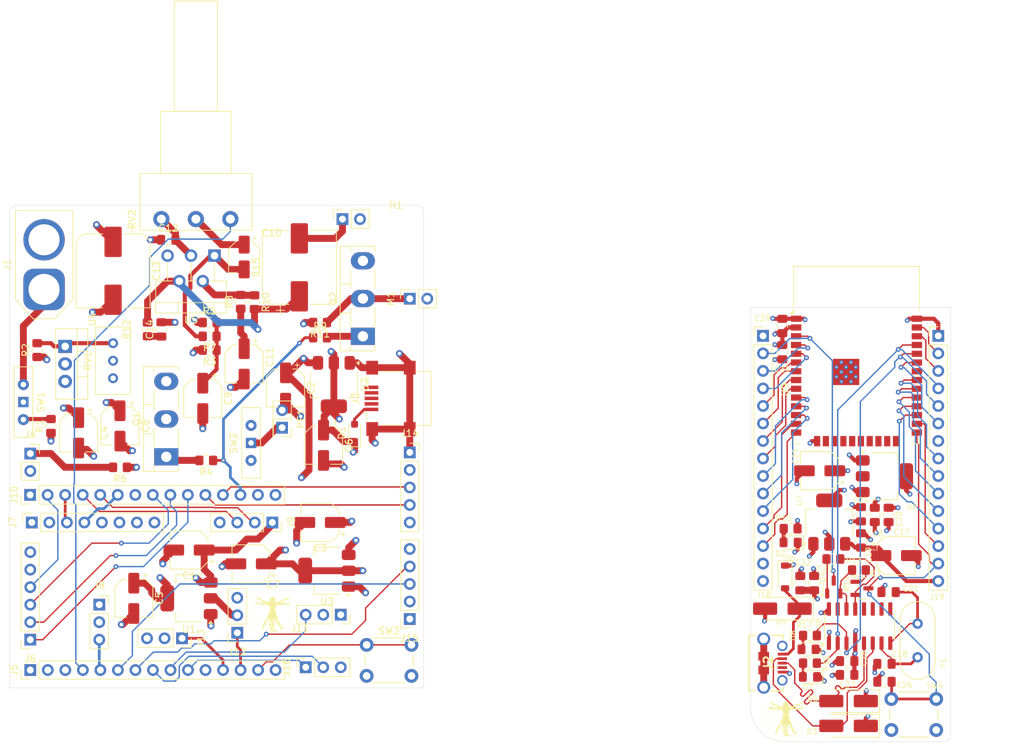
<source format=kicad_pcb>
(kicad_pcb (version 20240108) (generator "pcbnew") (generator_version "8.0")
  (layers (0 "F.Cu" signal) (1 "In1.Cu" signal) (2 "In2.Cu" signal) (31 "B.Cu" signal) (34 "B.Paste" user) (35 "F.Paste" user) (36 "B.SilkS" user "B.Silkscreen") (37 "F.SilkS" user "F.Silkscreen") (38 "B.Mask" user) (39 "F.Mask" user) (44 "Edge.Cuts" user))
  (net 0 "")
  (net 1 "GND")
  (net 2 "+5V")
  (net 3 "/Esp32/Vin")
  (net 4 "+3V3")
  (net 5 "/Esp32/IO0")
  (net 6 "/Esp32/EN")
  (net 7 "Net-(D2-A)")
  (net 8 "/Esp32/USB_D+")
  (net 9 "/Esp32/Vbus")
  (net 10 "/Esp32/USB_D-")
  (net 11 "Net-(D7-A)")
  (net 12 "Net-(D8-A)")
  (net 13 "Net-(C10-Pad1)")
  (net 14 "/Esp32/IO32")
  (net 15 "/Esp32/IO33")
  (net 16 "/Esp32/IO12")
  (net 17 "/Esp32/IO25")
  (net 18 "/Esp32/IO14")
  (net 19 "/Esp32/IO27")
  (net 20 "/Esp32/SENSOR_VP")
  (net 21 "/Esp32/IO26")
  (net 22 "/Esp32/IO34")
  (net 23 "/Esp32/SENSOR_VN")
  (net 24 "/Esp32/IO35")
  (net 25 "/Esp32/IO23")
  (net 26 "/Esp32/IO4")
  (net 27 "/Esp32/IO16")
  (net 28 "/Esp32/IO5")
  (net 29 "/Esp32/IO19")
  (net 30 "/Esp32/IO17")
  (net 31 "/Esp32/IO21")
  (net 32 "/Esp32/IO18")
  (net 33 "/Esp32/IO22")
  (net 34 "Net-(Q3-B)")
  (net 35 "/Esp32/DTR")
  (net 36 "Net-(Q4-B)")
  (net 37 "/Esp32/RTS")
  (net 38 "/Esp32/TXD")
  (net 39 "/Esp32/RXD")
  (net 40 "Net-(U8-XO)")
  (net 42 "Net-(U8-XI)")
  (net 50 "/Esp32/IO13")
  (net 54 "/Esp32/IO2")
  (net 57 "+12V")
  (net 58 "/Vout_?")
  (net 59 "Net-(C9-Pad1)")
  (net 60 "Net-(U5-+)")
  (net 61 "Net-(C14-Pad1)")
  (net 62 "Net-(C15-Pad1)")
  (net 63 "Net-(C15-Pad2)")
  (net 64 "Net-(D1-A)")
  (net 65 "/16_X")
  (net 66 "/26_Y")
  (net 67 "/25_X")
  (net 68 "/22_SCL")
  (net 69 "/21_SDA")
  (net 70 "/RXD0")
  (net 71 "/TXD0")
  (net 72 "/39_Temp_body_S")
  (net 73 "+12V_SW")
  (net 74 "/18_SCK")
  (net 75 "/5_CS")
  (net 76 "/23_MISO")
  (net 77 "/19_MOSI")
  (net 78 "/27_Pulse")
  (net 79 "/33_WS")
  (net 80 "/17_Y")
  (net 81 "/32_SD")
  (net 82 "/36_Temp_amb_S")
  (net 83 "/12")
  (net 84 "/EN")
  (net 85 "/35_SCK")
  (net 86 "/34")
  (net 87 "Net-(C11-Pad1)")
  (net 88 "/V_Pelt+")
  (net 89 "Net-(Q1-B)")
  (net 90 "Net-(U4-ADJ)")
  (net 91 "/4_Pelt")
  (net 92 "/0")
  (net 93 "Net-(SW2-B)")
  (net 94 "Net-(U5--)")
  (net 95 "Net-(SW1-A)")
  (net 96 "/14_Vi")
  (net 97 "+5V_BAT")
  (net 98 "/V_Fan")
  (net 99 "Net-(Q2-B)")
  (footprint "Connector_AMASS:AMASS_XT60-M_1x02_P7.20mm_Vertical" (layer "F.Cu") (at 124 32.2 90)
    (property "Reference" "J1")
    (property "Value" "xt60")
  )
  (footprint "Capacitor_SMD:C_0805_2012Metric_Pad1.18x1.45mm_HandSolder" (layer "F.Cu") (at 233.6 74.8 -90)
    (property "Reference" "C22")
    (property "Value" "4.7u")
  )
  (footprint "Custom_l,b:101181940001LF" (layer "F.Cu") (at 228.65 86.4 -90)
    (property "Reference" "J2")
    (property "Value" "10118194-0001LF" (hide yes))
  )
  (footprint "Connector_PinSocket_2.54mm:PinSocket_1x03_P2.54mm_Vertical" (layer "F.Cu") (at 161.92 87 90)
    (property "Reference" "J16")
    (property "Value" "INMP441_1")
  )
  (footprint "Capacitor_SMD:C_0805_2012Metric_Pad1.18x1.45mm_HandSolder" (layer "F.Cu") (at 245.8 89.1)
    (property "Reference" "C26")
    (property "Value" "0.1u")
  )
  (footprint "Resistor_SMD:R_0805_2012Metric_Pad1.20x1.40mm_HandSolder" (layer "F.Cu") (at 154.5 34.05 -90)
    (property "Reference" "R10")
    (property "Value" "22K")
  )
  (footprint "Package_TO_SOT_SMD:SOT-23" (layer "F.Cu") (at 238.45 75.3625 90)
    (property "Reference" "Q4")
    (property "Value" "SS8050")
  )
  (footprint "Capacitor_SMD:C_0805_2012Metric_Pad1.18x1.45mm_HandSolder" (layer "F.Cu") (at 235.6 74.8 -90)
    (property "Reference" "C23")
    (property "Value" "0.1u")
  )
  (footprint "Potentiometer_THT:Potentiometer_Piher_PC-16_Single_Horizontal" (layer "F.Cu") (at 151 22 90)
    (property "Reference" "RV2")
    (property "Value" "R_Potentiometer")
  )
  (footprint "Capacitor_SMD:C_0805_2012Metric_Pad1.18x1.45mm_HandSolder" (layer "F.Cu") (at 242.4 64.8 -90)
    (property "Reference" "C24")
    (property "Value" "100n")
  )
  (footprint "Resistor_SMD:R_0805_2012Metric_Pad1.20x1.40mm_HandSolder" (layer "F.Cu") (at 125 52 90)
    (property "Reference" "R1")
    (property "Value" "22K")
  )
  (footprint "Capacitor_SMD:CP_Elec_5x5.3" (layer "F.Cu") (at 164 66 180)
    (property "Reference" "C3")
    (property "Value" "10uF")
  )
  (footprint "Capacitor_SMD:CP_Elec_5x5.3" (layer "F.Cu") (at 247.5 70.8)
    (property "Reference" "C17")
    (property "Value" "22u")
  )
  (footprint "Button_Switch_THT:SW_PUSH_6mm" (layer "F.Cu") (at 253.3 96.1 180)
    (property "Reference" "SW4")
    (property "Value" "SW_Push")
  )
  (footprint "Connector_PinSocket_2.54mm:PinSocket_1x04_P2.54mm_Vertical" (layer "F.Cu") (at 157.08 66 -90)
    (property "Reference" "J9")
    (property "Value" "TFT LCD")
  )
  (footprint "Resistor_SMD:R_0805_2012Metric_Pad1.20x1.40mm_HandSolder" (layer "F.Cu") (at 148 39 180)
    (property "Reference" "R7")
    (property "Value" "22K")
  )
  (footprint "Connector_PinSocket_2.54mm:PinSocket_1x06_P2.54mm_Vertical" (layer "F.Cu") (at 122 83 180)
    (property "Reference" "J6")
    (property "Value" "Micro_SD")
  )
  (footprint "Capacitor_SMD:CP_Elec_5x5.3" (layer "F.Cu") (at 145 70 180)
    (property "Reference" "C1")
    (property "Value" "10uF")
  )
  (footprint "Capacitor_SMD:CP_Elec_4x5.3" (layer "F.Cu") (at 153 27.5 -90)
    (property "Reference" "C10")
    (property "Value" "1u")
  )
  (footprint "Package_TO_SOT_THT:TO-220-5_P3.4x3.7mm_StaggerOdd_Lead3.8mm_Vertical" (layer "F.Cu") (at 148.7 27.3 180)
    (property "Reference" "U5")
    (property "Value" "TDA2050")
  )
  (footprint "Capacitor_SMD:CP_Elec_5x5.3" (layer "F.Cu") (at 129 53 -90)
    (property "Reference" "C4")
    (property "Value" "10uF")
  )
  (footprint "Package_TO_SOT_THT:TO-218-3_Vertical" (layer "F.Cu") (at 170.21 39 90)
    (property "Reference" "Q2")
    (property "Value" "TIP142")
  )
  (footprint "Resistor_SMD:R_0805_2012Metric_Pad1.20x1.40mm_HandSolder" (layer "F.Cu") (at 164 37 180)
    (property "Reference" "R11")
    (property "Value" "1.2k")
  )
  (footprint "RF_Module:ESP32-WROOM-32D" (layer "F.Cu") (at 241.75 44.7)
    (property "Reference" "U9")
    (property "Value" "ESP32-WROOM-32E")
  )
  (footprint "Capacitor_SMD:C_0805_2012Metric_Pad1.18x1.45mm_HandSolder" (layer "F.Cu") (at 246.4 76.1 180)
    (property "Reference" "C21")
    (property "Value" "22p")
  )
  (footprint "Package_TO_SOT_THT:TO-218-3_Vertical" (layer "F.Cu") (at 141.71 56.475 90)
    (property "Reference" "Q1")
    (property "Value" "TIP142")
  )
  (footprint "Connector_PinSocket_2.54mm:PinSocket_1x03_P2.54mm_Vertical" (layer "F.Cu") (at 132 77.92)
    (property "Reference" "J8")
    (property "Value" "Pulse")
  )
  (footprint "Resistor_SMD:R_0805_2012Metric_Pad1.20x1.40mm_HandSolder" (layer "F.Cu") (at 238.4 71.3 180)
    (property "Reference" "R13")
    (property "Value" "10K")
  )
  (footprint "Connector_USB:USB_Mini-B_Lumberg_2486_01_Horizontal" (layer "F.Cu") (at 174.15 48 90)
    (property "Reference" "J3")
    (property "Value" "USB_B_Mini")
  )
  (footprint "Capacitor_SMD:C_0805_2012Metric_Pad1.18x1.45mm_HandSolder" (layer "F.Cu") (at 141 38 90)
    (property "Reference" "C14")
    (property "Value" "0.47u")
  )
  (footprint "Capacitor_SMD:CP_Elec_5x5.3" (layer "F.Cu") (at 137 77 -90)
    (property "Reference" "C5")
    (property "Value" "22uF")
  )
  (footprint "Package_TO_SOT_SMD:SOT-223-3_TabPin2" (layer "F.Cu") (at 166 46 -90)
    (property "Reference" "U2")
    (property "Value" "AMS1117-5.0")
  )
  (footprint "Resistor_SMD:R_0805_2012Metric_Pad1.20x1.40mm_HandSolder" (layer "F.Cu") (at 242.1 72.9)
    (property "Reference" "R14")
    (property "Value" "10K")
  )
  (footprint "Connector_PinHeader_2.54mm:PinHeader_1x15_P2.54mm_Vertical" (layer "F.Cu") (at 122 87.4 90)
    (property "Reference" "J5")
    (property "Value" "Esp32_2")
  )
  (footprint "Diode_SMD:D_SOD-123" (layer "F.Cu") (at 231.4 73.9 -90)
    (property "Reference" "D6")
    (property "Value" "MBR0540")
  )
  (footprint "Capacitor_SMD:CP_Elec_10x10.5" (layer "F.Cu") (at 134 29.5 -90)
    (property "Reference" "C13")
    (property "Value" "1000u")
  )
  (footprint "Button_Switch_THT:SW_PUSH_6mm" (layer "F.Cu") (at 170.75 83.75)
    (property "Reference" "SW3")
    (property "Value" "Reset")
  )
  (footprint "Connector_PinHeader_2.54mm:PinHeader_1x15_P2.54mm_Vertical" (layer "F.Cu") (at 121.98 62 90)
    (property "Reference" "J10")
    (property "Value" "Esp32_1")
  )
  (footprint "Resistor_SMD:R_0805_2012Metric_Pad1.20x1.40mm_HandSolder" (layer "F.Cu") (at 123 41 90)
    (property "Reference" "R2")
    (property "Value" "120")
  )
  (footprint "Resistor_SMD:R_0805_2012Metric_Pad1.20x1.40mm_HandSolder" (layer "F.Cu") (at 148 37)
    (property "Reference" "R5")
    (property "Value" "22K")
  )
  (footprint "Button_Switch_THT:SW_Slide-03_Wuerth-WS-SLTV_10x2.5x6.4_P2.54mm" (layer "F.Cu") (at 154 54.46 90)
    (property "Reference" "SW2")
    (property "Value" "SW_Wuerth_450301014042")
  )
  (footprint "LED_SMD:LED_0805_2012Metric_Pad1.15x1.40mm_HandSolder" (layer "F.Cu") (at 235 88.4 180)
    (property "Reference" "D7")
    (property "Value" "LED")
  )
  (footprint "Diode_SMD:D_SOD-323_HandSoldering" (layer "F.Cu") (at 169 53 90)
    (property "Reference" "D1")
    (property "Value" "BAT60A")
  )
  (footprint "Connector_PinSocket_2.54mm:PinSocket_1x02_P2.54mm_Vertical" (layer "F.Cu") (at 122 56)
    (property "Reference" "J4")
    (property "Value" "Conn_01x02_Pin")
  )
  (footprint "Package_TO_SOT_SMD:SOT-223-3_TabPin2" (layer "F.Cu") (at 165 73 180)
    (property "Reference" "U3")
    (property "Value" "AMS1117-3.3")
  )
  (footprint "Capacitor_SMD:CP_Elec_5x5.3" (layer "F.Cu") (at 159 46.5 -90)
    (property "Reference" "C2")
    (property "Value" "10uF")
  )
  (footprint "Button_Switch_THT:SW_Slide-03_Wuerth-WS-SLTV_10x2.5x6.4_P2.54mm" (layer "F.Cu") (at 121 48.54 -90)
    (property "Reference" "SW1")
    (property "Value" "SW_Wuerth_450301014042")
  )
  (footprint "Capacitor_SMD:C_0805_2012Metric_Pad1.18x1.45mm_HandSolder" (layer "F.Cu") (at 245.8 86.5 180)
    (property "Reference" "C18")
    (property "Value" "22p")
  )
  (footprint "Capacitor_SMD:C_0805_2012Metric_Pad1.18x1.45mm_HandSolder" (layer "F.Cu") (at 240.4 88.1 180)
    (property "Reference" "C27")
    (property "Value" "0.1u")
  )
  (footprint "Resistor_SMD:R_0805_2012Metric_Pad1.20x1.40mm_HandSolder" (layer "F.Cu") (at 152.5 34 90)
    (property "Reference" "R8")
    (property "Value" "680R")
  )
  (footprint "Connector_PinHeader_2.54mm:PinHeader_1x15_P2.54mm_Vertical" (layer "F.Cu") (at 228.2 38.94)
    (property "Reference" "J18")
    (property "Value" "Conn_01x15_Pin")
  )
  (footprint "Connector_PinSocket_2.54mm:PinSocket_1x02_P2.54mm_Vertical" (layer "F.Cu") (at 177 33.54 90)
    (property "Reference" "M1")
    (property "Value" "Fan")
  )
  (footprint "Resistor_SMD:R_0805_2012Metric_Pad1.20x1.40mm_HandSolder" (layer "F.Cu") (at 164 39.2)
    (property "Reference" "R9")
    (property "Value" "1.2k")
  )
  (footprint "Capacitor_SMD:CP_Elec_5x5.3" (layer "F.Cu") (at 153 43 -90)
    (property "Reference" "C11")
    (property "Value" "22uF")
  )
  (footprint "Package_TO_SOT_SMD:SOT-223-3_TabPin2" (layer "F.Cu") (at 245.8 59.3)
    (property "Reference" "U6")
    (property "Value" "AMS1117-3.3")
  )
  (footprint "Connector_PinHeader_2.54mm:PinHeader_1x15_P2.54mm_Vertical" (layer "F.Cu") (at 253.6 38.94)
    (property "Reference" "J19")
    (property "Value" "Conn_01x15_Pin")
  )
  (footprint "Capacitor_SMD:C_0805_2012Metric_Pad1.18x1.45mm_HandSolder" (layer "F.Cu") (at 240.4 86.1)
    (property "Reference" "C28")
    (property "Value" "4.7u")
  )
  (footprint "Potentiometer_THT:Potentiometer_Bourns_3296W_Vertical" (layer "F.Cu") (at 134 40 90)
    (property "Reference" "RV1")
    (property "Value" "1k trim")
  )
  (footprint "Capacitor_SMD:C_0805_2012Metric_Pad1.18x1.45mm_HandSolder" (layer "F.Cu") (at 246.4 64.9 -90)
    (property "Reference" "C20")
    (property "Value" "10u")
  )
  (footprint "LED_SMD:LED_0805_2012Metric_Pad1.15x1.40mm_HandSolder" (layer "F.Cu") (at 234.8 84.4 180)
    (property "Reference" "D8")
    (property "Value" "LED")
  )
  (footprint "Capacitor_SMD:CP_Elec_5x5.3" (layer "F.Cu") (at 135 52 -90)
    (property "Reference" "C8")
    (property "Value" "22uF")
  )
  (footprint "logo:vit_man_logo" (layer "F.Cu") (at 157.6 78.8)
    (property "Reference" "G***" (hide yes))
    (property "Value" "LOGO" (hide yes))
  )
  (footprint "Resistor_SMD:R_0805_2012Metric_Pad1.20x1.40mm_HandSolder" (layer "F.Cu") (at 235 82.4 180)
    (property "Reference" "R17")
    (property "Value" "330")
  )
  (footprint "LED_SMD:LED_0805_2012Metric_Pad1.15x1.40mm_HandSolder" (layer "F.Cu") (at 232.2 68.9 180)
    (property "Reference" "D2")
    (property "Value" "RED LED")
  )
  (footprint "Diode_SMD:D_SMA_Handsoldering" (layer "F.Cu") (at 240.6 95.5 180)
    (property "Reference" "D3")
    (property "Value" "SMAJ18CA")
  )
  (footprint "Capacitor_SMD:C_0805_2012Metric_Pad1.18x1.45mm_HandSolder" (layer "F.Cu") (at 142 25)
    (property "Reference" "C12")
    (property "Value" "0.1u")
  )
  (footprint "MountingHole:MountingHole_3mm" (layer "F.Cu") (at 175 24)
    (property "Reference" "H1")
    (property "Value" "TFT LCD Mount")
  )
  (footprint "Package_TO_SOT_THT:TO-220-3_Vertical" (layer "F.Cu") (at 127.055 40.46 -90)
    (property "Reference" "U4")
    (property "Value" "LM350_TO220")
  )
  (footprint "Resistor_SMD:R_0805_2012Metric_Pad1.20x1.40mm_HandSolder" (layer "F.Cu") (at 235 86.4 180)
    (property "Reference" "R16")
    (property "Value" "330")
  )
  (footprint "Capacitor_SMD:CP_Elec_5x5.3" (layer "F.Cu") (at 236.4 58.5 180)
    (property "Reference" "C25")
    (property "Value" "22u")
  )
  (footprint "Diode_SMD:D_SMA_Handsoldering" (layer "F.Cu") (at 231 78.5 180)
    (property "Reference" "D4")
    (property "Value" "SMAJ18CA")
  )
  (footprint "Connector_PinSocket_2.54mm:PinSocket_1x05_P2.54mm_Vertical" (layer "F.Cu") (at 177 80 180)
    (property "Reference" "J15")
    (property "Value" "JSTICK2")
  )
  (footprint "Package_TO_SOT_SMD:SOT-223-3_TabPin2" (layer "F.Cu") (at 237.8 65.95 90)
    (property "Reference" "U7")
    (property "Value" "AMS1117-5.0")
  )
  (footprint "Resistor_SMD:R_0805_2012Metric_Pad1.20x1.40mm_HandSolder" (layer "F.Cu") (at 148 41 180)
    (property "Reference" "R3")
    (property "Value" "22K")
  )
  (footprint "Capacitor_SMD:CP_Elec_5x5.3" (layer "F.Cu") (at 164.5 54.8 -90)
    (property "Reference" "C6")
    (property "Value" "22uF")
  )
  (footprint "Connector_PinSocket_2.54mm:PinSocket_1x03_P2.54mm_Vertical" (layer "F.Cu") (at 144 82.8 -90)
    (property "Reference" "J13")
    (property "Value" "KY-013 Temp")
  )
  (footprint "Resistor_SMD:R_0805_2012Metric_Pad1.20x1.40mm_HandSolder" (layer "F.Cu") (at 135 58 180)
    (property "Reference" "R6")
    (property "Value" "1.2k")
  )
  (footprint "Connector_PinSocket_2.54mm:PinSocket_1x03_P2.54mm_Vertical" (layer "F.Cu") (at 152 82 180)
    (property "Reference" "J12")
    (property "Value" "Ky-015 T-H Sensor")
  )
  (footprint "Connector_PinSocket_2.54mm:PinSocket_2x01_P2.54mm_Vertical" (layer "F.Cu") (at 158.5 52.25 -90)
    (property "Reference" "PE1")
    (property "Value" "PeltierElement")
  )
  (footprint "Package_TO_SOT_SMD:SOT-223-3_TabPin2" (layer "F.Cu") (at 145 77 180)
    (property "Reference" "U1")
    (property "Value" "AMS1117-3.3")
  )
  (footprint "Resistor_SMD:R_0805_2012Metric_Pad1.20x1.40mm_HandSolder" (layer "F.Cu") (at 232.2 66.9 180)
    (property "Reference" "R15")
    (property "Value" "1k2")
  )
  (footprint "Capacitor_SMD:C_0805_2012Metric_Pad1.18x1.45mm_HandSolder" (layer "F.Cu") (at 231 37.5 90)
    (property "Reference" "C29")
    (property "Value" "22u")
  )
  (footprint "Package_SO:SOIC-16_3.9x9.9mm_P1.27mm" (layer "F.Cu") (at 242.2 81.025 90)
    (property "Reference" "U8")
    (property "Value" "CH340G")
  )
  (footprint "Capacitor_SMD:CP_Elec_10x10.5" (layer "F.Cu") (at 161 29 90)
    (property "Reference" "C15")
    (property "Value" "1000u")
  )
  (footprint "Connector_PinSocket_2.54mm:PinSocket_1x03_P2.54mm_Vertical" (layer "F.Cu") (at 167 79.38 -90)
    (property "Reference" "J11")
    (property "Value" "INMP441_2")
  )
  (footprint "logo:vit_man_logo" (layer "F.Cu") (at 232 94)
    (property "Reference" "G***" (hide yes))
    (property "Value" "LOGO" (hide yes))
  )
  (footprint "Resistor_SMD:R_0805_2012Metric_Pad1.20x1.40mm_HandSolder" (layer "F.Cu") (at 147.5 57 180)
    (property "Reference" "R4")
    (property "Value" "1.2k")
  )
  (footprint "Capacitor_SMD:C_0805_2012Metric_Pad1.18x1.45mm_HandSolder" (layer "F.Cu") (at 231 41.3 -90)
    (property "Reference" "C31")
    (property "Value" "0.1u")
  )
  (footprint "Resistor_SMD:R_0805_2012Metric_Pad1.20x1.40mm_HandSolder" (layer "F.Cu") (at 139 38 90)
    (property "Reference" "R12")
    (property "Value" "2.2R")
  )
  (footprint "Capacitor_SMD:C_0805_2012Metric_Pad1.18x1.45mm_HandSolder" (layer "F.Cu") (at 242.4 68.6 90)
    (property "Reference" "C19")
    (property "Value" "100n")
  )
  (footprint "Capacitor_SMD:CP_Elec_5x5.3" (layer "F.Cu") (at 147 48 -90)
    (property "Reference" "C9")
    (property "Value" "22u")
  )
  (footprint "Capacitor_SMD:C_0805_2012Metric_Pad1.18x1.45mm_HandSolder" (layer "F.Cu") (at 244.4 64.9 -90)
    (property "Reference" "C16")
    (property "Value" "10u")
  )
  (footprint "Diode_SMD:D_SMA_Handsoldering" (layer "F.Cu") (at 240.6 91.9 180)
    (property "Reference" "D5")
    (property "Value" "SMAJ18CA")
  )
  (footprint "Connector_PinSocket_2.54mm:PinSocket_1x02_P2.54mm_Vertical" (layer "F.Cu") (at 167.25 22 90)
    (property "Reference" "LS1" (hide yes))
    (property "Value" "Speaker")
  )
  (footprint "Connector_PinSocket_2.54mm:PinSocket_1x08_P2.54mm_Vertical" (layer "F.Cu") (at 122.22 66 90)
    (property "Reference" "J7")
    (property "Value" "Gyro")
  )
  (footprint "Connector_PinSocket_2.54mm:PinSocket_1x05_P2.54mm_Vertical" (layer "F.Cu") (at 177 55.84)
    (property "Reference" "J14")
    (property "Value" "JSTICK1")
  )
  (footprint "Package_TO_SOT_SMD:SOT-23" (layer "F.Cu") (at 242.5375 75.55)
    (property "Reference" "Q3")
    (property "Value" "SS8050")
  )
  (footprint "Crystal:Crystal_HC49-U_Vertical" (layer "F.Cu") (at 250.6 85.55 90)
    (property "Reference" "Y1")
    (property "Value" "Crystal")
  )
  (footprint "Capacitor_SMD:CP_Elec_5x5.3" (layer "F.Cu") (at 154 72 180)
    (property "Reference" "C7")
    (property "Value" "22uF")
  )
  (gr_arc (start 119 21) (mid 119.292893 20.292893) (end 120 20) (stroke (width 0.05)) (layer "Edge.Cuts"))
  (gr_arc (start 178 20) (mid 178.707107 20.292893) (end 179 21) (stroke (width 0.05)) (layer "Edge.Cuts"))
  (gr_line (start 120 20) (end 178 20) (stroke (width 0.05)) (layer "Edge.Cuts"))
  (gr_line (start 119 90) (end 119 21) (stroke (width 0.05)) (layer "Edge.Cuts"))
  (gr_arc (start 231.4 97.8) (mid 227.864466 96.335534) (end 226.4 92.8) (stroke (width 0.05)) (layer "Edge.Cuts"))
  (gr_line (start 231.4 97.8) (end 254.4 97.8) (stroke (width 0.05)) (layer "Edge.Cuts"))
  (gr_line (start 179 90) (end 119 90) (stroke (width 0.05)) (layer "Edge.Cuts"))
  (gr_line (start 226.4 34.8) (end 255.4 34.8) (stroke (width 0.05)) (layer "Edge.Cuts"))
  (gr_line (start 255.4 34.8) (end 255.4 96.8) (stroke (width 0.05)) (layer "Edge.Cuts"))
  (gr_line (start 179 90) (end 179 21) (stroke (width 0.05)) (layer "Edge.Cuts"))
  (gr_arc (start 255.4 96.8) (mid 255.107107 97.507107) (end 254.4 97.8) (stroke (width 0.05)) (layer "Edge.Cuts"))
  (gr_line (start 226.4 92.8) (end 226.4 34.8) (stroke (width 0.05)) (layer "Edge.Cuts"))
  (segment (start 143.0375 25) (end 143.0375 24.0375) (width 1) (layer "F.Cu") (net 1))
  (segment (start 231.0125 36.45) (end 231 36.4625) (width 0.6) (layer "F.Cu") (net 1))
  (segment (start 153 45.2) (end 151.8 46.4) (width 1) (layer "F.Cu") (net 1))
  (segment (start 135 54.2) (end 136.4 55.6) (width 1) (layer "F.Cu") (net 1))
  (segment (start 233.225 69.875) (end 232.8 70.3) (width 0.6) (layer "F.Cu") (net 1))
  (segment (start 243.1 94.4) (end 243.4 94.1) (width 0.6) (layer "F.Cu") (net 1))
  (segment (start 148.15 79.3) (end 148.15 80.95) (width 1) (layer "F.Cu") (net 1))
  (segment (start 239.3625 88.1) (end 238.3 88.1) (width 0.6) (layer "F.Cu") (net 1))
  (segment (start 237.8 83.455) (end 237.755 83.5) (width 0.4) (layer "F.Cu") (net 1))
  (segment (start 171.55 52.45) (end 177 52.45) (width 1) (layer "F.Cu") (net 1))
  (segment (start 234.2 58.5) (end 233.1 59.6) (width 0.6) (layer "F.Cu") (net 1))
  (segment (start 125 53) (end 125 54.2) (width 1) (layer "F.Cu") (net 1))
  (segment (start 142.8 70) (end 141.2 71.6) (width 1) (layer "F.Cu") (net 1))
  (segment (start 177 43.55) (end 171.55 43.55) (width 1) (layer "F.Cu") (net 1))
  (segment (start 148.15 80.95) (end 148.2 81) (width 1) (layer "F.Cu") (net 1))
  (segment (start 232.05 87.9) (end 231.85 87.7) (width 0.4) (layer "F.Cu") (net 1))
  (segment (start 246.4 66.9) (end 246.1 67.2) (width 0.6) (layer "F.Cu") (net 1))
  (segment (start 250.7 71.8) (end 250.7 72.4) (width 0.6) (layer "F.Cu") (net 1))
  (segment (start 249.35 36.45) (end 249.1 36.7) (width 0.6) (layer "F.Cu") (net 1))
  (segment (start 244.4 87.8) (end 244.4 86.8625) (width 0.6) (layer "F.Cu") (net 1))
  (segment (start 132.2 35.5) (end 131 35.5) (width 1) (layer "F.Cu") (net 1))
  (segment (start 245.3625 75.6375) (end 245.9 75.1) (width 0.6) (layer "F.Cu") (net 1))
  (segment (start 238.8 86.1) (end 238.2 86.7) (width 0.6) (layer "F.Cu") (net 1))
  (segment (start 129 55.2) (end 129.2 55.4) (width 1) (layer "F.Cu") (net 1))
  (segment (start 177 43) (end 175.5 41.5) (width 1) (layer "F.Cu") (net 1))
  (segment (start 239.3625 86.1) (end 238.8 86.1) (width 0.6) (layer "F.Cu") (net 1))
  (segment (start 169.35 42.85) (end 170.05 43.55) (width 1) (layer "F.Cu") (net 1))
  (segment (start 236.4 84.4) (end 236.9 84.9) (width 0.4) (layer "F.Cu") (net 1))
  (segment (start 177 52.45) (end 177 55.84) (width 1) (layer "F.Cu") (net 1))
  (segment (start 245.3625 76.1) (end 245.3625 75.6375) (width 0.6) (layer "F.Cu") (net 1))
  (segment (start 241.5 57) (end 240.7 56.2) (width 0.6) (layer "F.Cu") (net 1))
  (segment (start 159 48.7) (end 160.9 50.6) (width 1) (layer "F.Cu") (net 1))
  (segment (start 244.4 67.3) (end 244.6 67.5) (width 0.6) (layer "F.Cu") (net 1))
  (segment (start 236.04 54.21) (end 235.29 54.21) (width 0.6) (layer "F.Cu") (net 1))
  (segment (start 233 36.45) (end 231.0125 36.45) (width 0.6) (layer "F.Cu") (net 1))
  (segment (start 167 57.5) (end 167.5 58) (width 1) (layer "F.Cu") (net 1))
  (segment (start 238.3 88.1) (end 238.2 88.2) (width 0.6) (layer "F.Cu") (net 1))
  (segment (start 134 33.7) (end 132.2 35.5) (width 1) (layer "F.Cu") (net 1))
  (segment (start 177 43.55) (end 177 43) (width 1) (layer "F.Cu") (net 1))
  (segment (start 242.8625 67.5625) (end 243.8 68.5) (width 0.6) (layer "F.Cu") (net 1))
  (segment (start 135.4 80.8) (end 135.2 80.8) (width 1) (layer "F.Cu") (net 1))
  (segment (start 177 52.45) (end 177 43.55) (width 1) (layer "F.Cu") (net 1))
  (segment (start 141 36.9625) (end 142.9625 36.9625) (width 1) (layer "F.Cu") (net 1))
  (segment (start 151.8 46.4) (end 151 46.4) (width 1) (layer "F.Cu") (net 1))
  (segment (start 234.15 36.45) (end 234.3 36.6) (width 0.6) (layer "F.Cu") (net 1))
  (segment (start 236.5 88.4) (end 237.1 89) (width 0.6) (layer "F.Cu") (net 1))
  (segment (start 244.4 86.8625) (end 244.7625 86.5) (width 0.6) (layer "F.Cu") (net 1))
  (segment (start 228.5 78.5) (end 228.5 80.2) (width 0.6) (layer "F.Cu") (net 1))
  (segment (start 147 37) (end 146.2 37) (width 1) (layer "F.Cu") (net 1))
  (segment (start 242.65 57) (end 241.5 57) (width 0.6) (layer "F.Cu") (net 1))
  (segment (start 170.05 43.55) (end 171.55 43.55) (width 1) (layer "F.Cu") (net 1))
  (segment (start 150.2 72) (end 149.8 72.4) (width 1) (layer "F.Cu") (net 1))
  (segment (start 136.4 55.6) (end 136.8 55.6) (width 1) (layer "F.Cu") (net 1))
  (segment (start 228.3 85.4) (end 228.3 82.9) (width 1) (layer "F.Cu") (net 1))
  (segment (start 160.9 50.6) (end 161.2 50.6) (width 1) (layer "F.Cu") (net 1))
  (segment (start 141.2 71.6) (end 141.2 72) (width 1) (layer "F.Cu") (net 1))
  (segment (start 231 42.3375) (end 229.9625 42.3375) (width 0.6) (layer "F.Cu") (net 1))
  (segment (start 243.1 95.5) (end 243.1 94.4) (width 0.6) (layer "F.Cu") (net 1))
  (segment (start 235.825 84.4) (end 236.4 84.4) (width 0.4) (layer "F.Cu") (net 1))
  (segment (start 171.55 52.45) (end 171.55 54.05) (width 1) (layer "F.Cu") (net 1))
  (segment (start 160.6 67.2) (end 160.6 69) (width 1) (layer "F.Cu") (net 1))
  (segment (start 235.5 70.3) (end 234.9 70.9) (width 0.6) (layer "F.Cu") (net 1))
  (segment (start 233 36.45) (end 234.15 36.45) (width 0.6) (layer "F.Cu") (net 1))
  (segment (start 143.0375 25.0375) (end 145.3 27.3) (width 1) (layer "F.Cu") (net 1))
  (segment (start 250.5 36.45) (end 252.95 36.45) (width 0.6) (layer "F.Cu") (net 1))
  (segment (start 146.2 37) (end 145.8 36.6) (width 1) (layer "F.Cu") (net 1))
  (segment (start 235.29 54.21) (end 235 54.5) (width 0.6) (layer "F.Cu") (net 1))
  (segment (start 253.6 37.1) (end 253.6 38.94) (width 0.6) (layer "F.Cu") (net 1))
  (segment (start 233.6 75.8375) (end 235.6 75.8375) (width 1) (layer "F.Cu") (net 1))
  (segment (start 235.6 76.6) (end 236.1 77.1) (width 0.6) (layer "F.Cu") (net 1))
  (segment (start 240.9625 65.8375) (end 240.9 65.9) (width 0.6) (layer "F.Cu") (net 1))
  (segment (start 164.5 57) (end 165 57.5) (width 1) (layer "F.Cu") (net 1))
  (segment (start 228.3 87.4) (end 228.3 89.9) (width 1) (layer "F.Cu") (net 1))
  (segment (start 143.0375 24.0375) (end 141 22) (width 1) (layer "F.Cu") (net 1))
  (segment (start 242.4 65.8375) (end 240.9625 65.8375) (width 0.6) (layer "F.Cu") (net 1))
  (segment (start 231 36.4625) (end 229.6625 36.4625) (width 0.6) (layer "F.Cu") (net 1))
  (segment (start 129.2 55.4) (end 130.2 55.4) (width 1) (layer "F.Cu") (net 1))
  (segment (start 244.7625 88.6375) (end 244.7625 89.1) (width 0.6) (layer "F.Cu") (net 1))
  (segment (start 231.85 87.7) (end 231 87.7) (width 0.4) (layer "F.Cu") (net 1))
  (segment (start 169.7 75.3) (end 170.6 76.2) (width 1) (layer "F.Cu") (net 1))
  (segment (start 151.8 72) (end 150.2 72) (width 1) (layer "F.Cu") (net 1))
  (segment (start 168.15 75.3) (end 169.7 75.3) (width 1) (layer "F.Cu") (net 1))
  (segment (start 249.7 70.8) (end 250.7 71.8) (width 0.6) (layer "F.Cu") (net 1))
  (segment (start 143 37) (end 142.9625 36.9625) (width 1) (layer "F.Cu") (net 1))
  (segment (start 246.4 65.9375) (end 246.4 66.9) (width 0.6) (layer "F.Cu") (net 1))
  (segment (start 243.1 91.9) (end 243.1 90.5) (width 0.6) (layer "F.Cu") (net 1))
  (segment (start 161.8 66) (end 160.6 67.2) (width 1) (layer "F.Cu") (net 1))
  (segment (start 237.8 81.9) (end 237.8 83.455) (width 0.4) (layer "F.Cu") (net 1))
  (segment (start 252.95 36.45) (end 253.6 37.1) (width 0.6) (layer "F.Cu") (net 1))
  (segment (start 143.0375 25) (end 143.0375 25.0375) (width 1) (layer "F.Cu") (net 1))
  (segment (start 236.025 88.4) (end 236.5 88.4) (width 0.6) (layer "F.Cu") (net 1))
  (segment (start 243.1 90.5) (end 243.2 90.4) (width 0.6) (layer "F.Cu") (net 1))
  (segment (start 235.6 75.8375) (end 235.6 76.6) (width 0.6) (layer "F.Cu") (net 1))
  (segment (start 233.1 59.6) (end 233.1 60.4) (width 0.6) (layer "F.Cu") (net 1))
  (segment (start 229.9625 42.3375) (end 229.9 42.4) (width 0.6) (layer "F.Cu") (net 1))
  (segment (start 171.55 54.05) (end 172 54.5) (width 1) (layer "F.Cu") (net 1))
  (segment (start 165 57.5) (end 167 57.5) (width 1) (layer "F.Cu") (net 1))
  (segment (start 130.2 55.4) (end 131.2 56.4) (width 1) (layer "F.Cu") (net 1))
  (segment (start 242.4 67.5625) (end 242.8625 67.5625) (width 0.6) (layer "F.Cu") (net 1))
  (segment (start 233.225 68.9) (end 233.225 69.875) (width 0.6) (layer "F.Cu") (net 1))
  (segment (start 250.5 36.45) (end 249.35 36.45) (width 0.6) (layer "F.Cu") (net 1))
  (segment (start 137 79.2) (end 135.4 80.8) (width 1) (layer "F.Cu") (net 1))
  (segment (start 228.3 85.4) (end 228.3 87.4) (width 1) (layer "F.Cu") (net 1))
  (segment (start 147 50.2) (end 147 52.4) (width 1) (layer "F.Cu") (net 1))
  (segment (start 244.4 65.9375) (end 244.4 67.3) (width 0.6) (layer "F.Cu") (net 1))
  (segment (start 229.6625 36.4625) (end 229.6 36.4) (width 0.6) (layer "F.Cu") (net 1))
  (segment (start 168.3 42.85) (end 169.35 42.85) (width 1) (layer "F.Cu") (net 1))
  (segment (start 228.5 80.2) (end 228.4 80.3) (width 0.6) (layer "F.Cu") (net 1))
  (segment (start 235.5 69.1) (end 235.5 70.3) (width 0.6) (layer "F.Cu") (net 1))
  (segment (start 245.5 87.9) (end 244.7625 88.6375) (width 0.6) (layer "F.Cu") (net 1))
  (via (at 234.9 70.9) (size 0.7) (drill 0.3) (layers "F.Cu" "B.Cu") (net 1))
  (via (at 233.1 60.4) (size 0.7) (drill 0.3) (layers "F.Cu" "B.Cu") (net 1))
  (via (at 151 46.4) (size 1) (drill 0.5) (layers "F.Cu" "B.Cu") (net 1))
  (via (at 236.1 77.1) (size 0.7) (drill 0.3) (layers "F.Cu" "B.Cu") (net 1))
  (via (at 244.6 67.5) (size 0.7) (drill 0.3) (layers "F.Cu" "B.Cu") (net 1))
  (via (at 136.8 55.6) (size 1) (drill 0.5) (layers "F.Cu" "B.Cu") (net 1))
  (via (at 246.1 67.2) (size 0.7) (drill 0.3) (layers "F.Cu" "B.Cu") (net 1))
  (via (at 235 54.5) (size 0.7) (drill 0.3) (layers "F.Cu" "B.Cu") (net 1))
  (via (at 148.2 81) (size 1) (drill 0.5) (layers "F.Cu" "B.Cu") (net 1))
  (via (at 232.05 87.9) (size 0.7) (drill 0.3) (layers "F.Cu" "B.Cu") (net 1))
  (via (at 244.4 87.8) (size 0.7) (drill 0.3) (layers "F.Cu" "B.Cu") (net 1))
  (via (at 131.2 56.4) (size 1) (drill 0.5) (layers "F.Cu" "B.Cu") (net 1))
  (via (at 147 52.4) (size 1) (drill 0.5) (layers "F.Cu" "B.Cu") (net 1))
  (via (at 172 54.5) (size 1) (drill 0.5) (layers "F.Cu" "B.Cu") (net 1))
  (via (at 167.5 58) (size 1) (drill 0.5) (layers "F.Cu" "B.Cu") (net 1))
  (via (at 135.2 80.8) (size 1) (drill 0.5) (layers "F.Cu" "B.Cu") (net 1))
  (via (at 229.6 36.4) (size 0.7) (drill 0.3) (layers "F.Cu" "B.Cu") (net 1))
  (via (at 228.4 80.3) (size 0.7) (drill 0.3) (layers "F.Cu" "B.Cu") (net 1))
  (via (at 170.6 76.2) (size 1) (drill 0.5) (layers "F.Cu" "B.Cu") (net 1))
  (via (at 141.2 72) (size 1) (drill 0.5) (layers "F.Cu" "B.Cu") (net 1))
  (via (at 250.7 72.4) (size 0.7) (drill 0.3) (layers "F.Cu" "B.Cu") (net 1))
  (via (at 243.4 94.1) (size 0.7) (drill 0.3) (layers "F.Cu" "B.Cu") (net 1))
  (via (at 232.8 70.3) (size 0.7) (drill 0.3) (layers "F.Cu" "B.Cu") (net 1))
  (via (at 249.1 36.7) (size 0.7) (drill 0.3) (layers "F.Cu" "B.Cu") (net 1))
  (via (at 229.9 42.4) (size 0.7) (drill 0.3) (layers "F.Cu" "B.Cu") (net 1))
  (via (at 236.9 84.9) (size 0.7) (drill 0.3) (layers "F.Cu" "B.Cu") (net 1))
  (via (at 234.3 36.6) (size 0.7) (drill 0.3) (layers "F.Cu" "B.Cu") (net 1))
  (via (at 243.8 68.5) (size 0.7) (drill 0.3) (layers "F.Cu" "B.Cu") (net 1))
  (via (at 240.9 65.9) (size 0.7) (drill 0.3) (layers "F.Cu" "B.Cu") (net 1))
  (via (at 142.9625 36.9625) (size 1) (drill 0.5) (layers "F.Cu" "B.Cu") (net 1))
  (via (at 175.5 41.5) (size 1) (drill 0.5) (layers "F.Cu" "B.Cu") (net 1))
  (via (at 145.8 36.6) (size 1) (drill 0.5) (layers "F.Cu" "B.Cu") (net 1))
  (via (at 161.2 50.6) (size 1) (drill 0.5) (layers "F.Cu" "B.Cu") (net 1))
  (via (at 149.8 72.4) (size 1) (drill 0.5) (layers "F.Cu" "B.Cu") (net 1))
  (via (at 238.2 86.7) (size 0.7) (drill 0.3) (layers "F.Cu" "B.Cu") (net 1))
  (via (at 237.8 81.9) (size 0.7) (drill 0.3) (layers "F.Cu" "B.Cu") (net 1))
  (via (at 240.7 56.2) (size 0.7) (drill 0.3) (layers "F.Cu" "B.Cu") (net 1))
  (via (at 160.6 69) (size 1) (drill 0.5) (layers "F.Cu" "B.Cu") (net 1))
  (via (at 237.1 89) (size 0.7) (drill 0.3) (layers "F.Cu" "B.Cu") (net 1))
  (via (at 245.9 75.1) (size 0.7) (drill 0.3) (layers "F.Cu" "B.Cu") (net 1))
  (via (at 245.5 87.9) (size 0.7) (drill 0.3) (layers "F.Cu" "B.Cu") (net 1))
  (via (at 238.2 88.2) (size 0.7) (drill 0.3) (layers "F.Cu" "B.Cu") (net 1))
  (via (at 243.2 90.4) (size 0.7) (drill 0.3) (layers "F.Cu" "B.Cu") (net 1))
  (via (at 131 35.5) (size 1) (drill 0.5) (layers "F.Cu" "B.Cu") (net 1))
  (via (at 125 54.2) (size 1) (drill 0.5) (layers "F.Cu" "B.Cu") (net 1))
  (segment (start 237.755 78.55) (end 237.205 79.1) (width 0.6) (layer "F.Cu") (net 2))
  (segment (start 241.4625 63.7625) (end 241.1 63.4) (width 0.6) (layer "F.Cu") (net 2))
  (segment (start 153.4 68.4) (end 151.8 70) (width 1) (layer "F.Cu") (net 2))
  (segment (start 237 62.35) (end 237 62.3) (width 0.6) (layer "F.Cu") (net 2))
  (segment (start 233.6 73.7625) (end 233.6 72.9) (width 0.6) (layer "F.Cu") (net 2))
  (segment (start 232.45 72.25) (end 232.6 72.1) (width 0.6) (layer "F.Cu") (net 2))
  (segment (start 148.15 74.7) (end 146.7 74.7) (width 1) (layer "F.Cu") (net 2))
  (segment (start 242.4 63.7625) (end 241.4625 63.7625) (width 0.6) (layer "F.Cu") (net 2))
  (segment (start 164.6 50.55) (end 164.6 52.5) (width 1) (layer "F.Cu") (net 2))
  (segment (start 169 55.6) (end 168.8 55.8) (width 1) (layer "F.Cu") (net 2))
  (segment (start 155 68.4) (end 153.4 68.4) (width 1) (layer "F.Cu") (net 2))
  (segment (start 244.4 63.8625) (end 244.4 63.1) (width 0.6) (layer "F.Cu") (net 2))
  (segment (start 237.8 69.1) (end 237.8 68) (width 0.6) (layer "F.Cu") (net 2))
  (segment (start 242.65 61.6) (end 241.8 61.6) (width 0.6) (layer "F.Cu") (net 2))
  (segment (start 165.8 52.6) (end 164.5 52.6) (width 1) (layer "F.Cu") (net 2))
  (segment (start 166 49.15) (end 164.6 50.55) (width 1) (layer "F.Cu") (net 2))
  (segment (start 147.2 70) (end 147.2 72.8) (width 1) (layer "F.Cu") (net 2))
  (segment (start 166 42.85) (end 166 49.15) (width 1) (layer "F.Cu") (net 2))
  (segment (start 169 54.25) (end 169 55.6) (width 1) (layer "F.Cu") (net 2))
  (segment (start 241.8 61.6) (end 241.1 60.9) (width 0.6) (layer "F.Cu") (net 2))
  (segment (start 244.4 63.1) (end 244.9 62.6) (width 0.6) (layer "F.Cu") (net 2))
  (segment (start 233.2 66.9) (end 233.2 65.7) (width 0.6) (layer "F.Cu") (net 2))
  (segment (start 239.3 61.3) (end 240 61.3) (width 0.6) (layer "F.Cu") (net 2))
  (segment (start 233.6 72.9) (end 233.8 72.7) (width 0.6) (layer "F.Cu") (net 2))
  (segment (start 238.6 58.5) (end 240.5 58.5) (width 0.6) (layer "F.Cu") (net 2))
  (segment (start 166 42.85) (end 166 41.6) (width 1) (layer "F.Cu") (net 2))
  (segment (start 169 54.25) (end 167.45 54.25) (width 1) (layer "F.Cu") (net 2))
  (segment (start 157.08 66) (end 157.08 66.32) (width 1) (layer "F.Cu") (net 2))
  (segment (start 151.8 70) (end 147.2 70) (width 1) (layer "F.Cu") (net 2))
  (segment (start 166 50.2) (end 166.8 51) (width 1) (layer "F.Cu") (net 2))
  (segment (start 231.4 72.25) (end 232.45 72.25) (width 0.6) (layer "F.Cu") (net 2))
  (segment (start 237.8 68) (end 237.2 67.4) (width 0.6) (layer "F.Cu") (net 2))
  (segment (start 235.6 72.8) (end 235.5 72.7) (width 0.6) (layer "F.Cu") (net 2))
  (segment (start 237.205 79.1) (end 236.6 79.1) (width 0.6) (layer "F.Cu") (net 2))
  (segment (start 167.45 54.25) (end 165.8 52.6) (width 1) (layer "F.Cu") (net 2))
  (segment (start 166 41.6) (end 165.6 41.2) (width 1) (layer "F.Cu") (net 2))
  (segment (start 147.2 72.8) (end 148.15 73.75) (width 1) (layer "F.Cu") (net 2))
  (segment (start 148.15 73.75) (end 148.15 74.7) (width 1) (layer "F.Cu") (net 2))
  (segment (start 235.6 73.7625) (end 235.6 72.8) (width 0.6) (layer "F.Cu") (net 2))
  (segment (start 164.6 52.5) (end 164.5 52.6) (width 1) (layer "F.Cu") (net 2))
  (segment (start 166 49.15) (end 166 50.2) (width 1) (layer "F.Cu") (net 2))
  (segment (start 146.7 74.7) (end 146 74) (width 1) (layer "F.Cu") (net 2))
  (segment (start 157.08 66.32) (end 155 68.4) (width 1) (layer "F.Cu") (net 2))
  (segment (start 237.8 62.8) (end 239.3 61.3) (width 0.6) (layer "F.Cu") (net 2))
  (via (at 236.6 79.1) (size 0.7) (drill 0.3) (layers "F.Cu" "B.Cu") (net 2))
  (via (at 146 74) (size 1) (drill 0.5) (layers "F.Cu" "B.Cu") (net 2))
  (via (at 240.5 58.5) (size 0.7) (drill 0.3) (layers "F.Cu" "B.Cu") (net 2))
  (via (at 232.6 72.1) (size 0.7) (drill 0.3) (layers "F.Cu" "B.Cu") (net 2))
  (via (at 168.8 55.8) (size 1) (drill 0.5) (layers "F.Cu" "B.Cu") (net 2))
  (via (at 233.8 72.7) (size 0.7) (drill 0.3) (layers "F.Cu" "B.Cu") (net 2))
  (via (at 165.6 41.2) (size 1) (drill 0.5) (layers "F.Cu" "B.Cu") (net 2))
  (via (at 233.2 65.7) (size 0.7) (drill 0.3) (layers "F.Cu" "B.Cu") (net 2))
  (via (at 241.1 60.9) (size 0.7) (drill 0.3) (layers "F.Cu" "B.Cu") (net 2))
  (via (at 237.2 67.4) (size 0.7) (drill 0.3) (layers "F.Cu" "B.Cu") (net 2))
  (via (at 166.8 51) (size 1) (drill 0.5) (layers "F.Cu" "B.Cu") (net 2))
  (via (at 240 61.3) (size 0.7) (drill 0.3) (layers "F.Cu" "B.Cu") (net 2))
  (via (at 241.1 63.4) (size 0.7) (drill 0.3) (layers "F.Cu" "B.Cu") (net 2))
  (via (at 235.5 72.7) (size 0.7) (drill 0.3) (layers "F.Cu" "B.Cu") (net 2))
  (via (at 244.9 62.6) (size 0.7) (drill 0.3) (layers "F.Cu" "B.Cu") (net 2))
  (segment (start 241 69.1) (end 240.1 69.1) (width 0.6) (layer "F.Cu") (net 3))
  (segment (start 242.4 69.6375) (end 244.9375 69.6375) (width 0.6) (layer "F.Cu") (net 3))
  (segment (start 249 74.5) (end 253.6 74.5) (width 0.6) (layer "F.Cu") (net 3))
  (segment (start 241.5375 69.6375) (end 241 69.1) (width 0.6) (layer "F.Cu") (net 3))
  (segment (start 245.3 70) (end 245.3 70.8) (width 0.6) (layer "F.Cu") (net 3))
  (segment (start 244.9375 69.6375) (end 245.3 70) (width 0.6) (layer "F.Cu") (net 3))
  (segment (start 242.4 69.6375) (end 241.5375 69.6375) (width 0.6) (layer "F.Cu") (net 3))
  (segment (start 245.3 70.8) (end 249 74.5) (width 0.6) (layer "F.Cu") (net 3))
  (segment (start 241.4375 86.1) (end 241.4375 88.1) (width 0.6) (layer "F.Cu") (net 4))
  (segment (start 246.4 63.8625) (end 247.7625 63.8625) (width 0.6) (layer "F.Cu") (net 4))
  (segment (start 233 37.72) (end 231.8175 37.72) (width 0.6) (layer "F.Cu") (net 4))
  (segment (start 168.15 73) (end 161.85 73) (width 1) (layer "F.Cu") (net 4))
  (segment (start 231 38.5375) (end 231 40.2625) (width 0.6) (layer "F.Cu") (net 4))
  (segment (start 141.85 77) (end 141.85 75.05) (width 1) (layer "F.Cu") (net 4))
  (segment (start 241.4375 85.1375) (end 241.565 85.01) (width 0.6) (layer "F.Cu") (net 4))
  (segment (start 231.8175 37.72) (end 231 38.5375) (width 0.6) (layer "F.Cu") (net 4))
  (segment (start 139.6 75.8) (end 139.6 76.2) (width 1) (layer "F.Cu") (net 4))
  (segment (start 241.4375 86.1) (end 241.4375 85.1375) (width 0.6) (layer "F.Cu") (net 4))
  (segment (start 229.9625 40.2625) (end 229.9 40.2) (width 0.6) (layer "F.Cu") (net 4))
  (segment (start 139.6 76.2) (end 140.4 77) (width 1) (layer "F.Cu") (net 4))
  (segment (start 140.4 77) (end 141.85 77) (width 1) (layer "F.Cu") (net 4))
  (segment (start 241.565 85.01) (end 241.565 83.5) (width 0.6) (layer "F.Cu") (net 4))
  (segment (start 141.85 75.05) (end 140.8 74) (width 1) (layer "F.Cu") (net 4))
  (segment (start 160 72) (end 156.2 72) (width 1) (layer "F.Cu") (net 4))
  (segment (start 241.49 85.01) (end 241.565 85.01) (width 0.6) (layer "F.Cu") (net 4))
  (segment (start 161 73) (end 160 72) (width 1) (layer "F.Cu") (net 4))
  (segment (start 241.7 81.7) (end 241.65 81.7) (width 0.6) (layer "F.Cu") (net 4))
  (segment (start 159 70) (end 158.2 70) (width 1) (layer "F.Cu") (net 4))
  (segment (start 248.95 61.35) (end 249.5 61.9) (width 0.6) (layer "F.Cu") (net 4))
  (segment (start 151.26 79.46) (end 152 79.46) (width 1) (layer "F.Cu") (net 4))
  (segment (start 138.6 74.8) (end 139.6 75.8) (width 1) (layer "F.Cu") (net 4))
  (segment (start 148.15 77) (end 148.8 77) (width 1) (layer "F.Cu") (net 4))
  (segment (start 241.565 81.835) (end 241.7 81.7) (width 0.6) (layer "F.Cu") (net 4))
  (segment (start 158.2 70) (end 156.2 72) (width 1) (layer "F.Cu") (net 4))
  (segment (start 241.4 85.1) (end 241.49 85.01) (width 0.6) (layer "F.Cu") (net 4))
  (segment (start 231 40.2625) (end 229.9625 40.2625) (width 0.6) (layer "F.Cu") (net 4))
  (segment (start 247.8 63.9) (end 247.7625 63.8625) (width 0.6) (layer "F.Cu") (net 4))
  (segment (start 230.0625 38.5375) (end 229.9 38.7) (width 0.6) (layer "F.Cu") (net 4))
  (segment (start 231 38.5375) (end 230.0625 38.5375) (width 0.6) (layer "F.Cu") (net 4))
  (segment (start 137 74.8) (end 138.6 74.8) (width 1) (layer "F.Cu") (net 4))
  (segment (start 241.565 83.5) (end 241.565 81.835) (width 0.6) (layer "F.Cu") (net 4))
  (segment (start 148.8 77) (end 151.26 79.46) (width 1) (layer "F.Cu") (net 4))
  (segment (start 248.95 59.3) (end 248.95 61.35) (width 0.6) (layer "F.Cu") (net 4))
  (segment (start 168.15 73) (end 170.2 73) (width 1) (layer "F.Cu") (net 4))
  (via (at 159 70) (size 1) (drill 0.5) (layers "F.Cu" "B.Cu") (net 4))
  (via (at 241.65 81.7) (size 0.7) (drill 0.3) (layers "F.Cu" "B.Cu") (net 4))
  (via (at 140.8 74) (size 1) (drill 0.5) (layers "F.Cu" "B.Cu") (net 4))
  (via (at 241.565 85.01) (size 0.7) (drill 0.3) (layers "F.Cu" "B.Cu") (net 4))
  (via (at 247.7625 63.8625) (size 0.7) (drill 0.3) (layers "F.Cu" "B.Cu") (net 4))
  (via (at 229.9 38.7) (size 0.7) (drill 0.3) (layers "F.Cu" "B.Cu") (net 4))
  (via (at 229.9 40.2) (size 0.7) (drill 0.3) (layers "F.Cu" "B.Cu") (net 4))
  (via (at 249.5 61.9) (size 0.7) (drill 0.3) (layers "F.Cu" "B.Cu") (net 4))
  (via (at 170.2 73) (size 1) (drill 0.5) (layers "F.Cu" "B.Cu") (net 4))
  (segment (start 246.8375 91.5625) (end 246.8 91.6) (width 0.4) (layer "F.Cu") (net 5))
  (segment (start 250.5 54.4) (end 250.5 52.96) (width 0.2) (layer "F.Cu") (net 5))
  (segment (start 252.3 70.7) (end 250.75 69.15) (width 0.2) (layer "F.Cu") (net 5))
  (segment (start 253.6 71.96) (end 252.66 71.96) (width 0.2) (layer "F.Cu") (net 5))
  (segment (start 243.475 75.45) (end 243.475 76.275) (width 0.2) (layer "F.Cu") (net 5))
  (segment (start 245.2 74) (end 244.925 74) (width 0.2) (layer "F.Cu") (net 5))
  (segment (start 246.8375 89.1) (end 246.8375 91.5625) (width 0.4) (layer "F.Cu") (net 5))
  (segment (start 253.3 91.6) (end 246.8 91.6) (width 0.4) (layer "F.Cu") (net 5))
  (segment (start 250.75 54.65) (end 250.5 54.4) (width 0.2) (layer "F.Cu") (net 5))
  (segment (start 244.925 74) (end 243.475 75.45) (width 0.2) (layer "F.Cu") (net 5))
  (segment (start 252.3 71.6) (end 252.3 70.7) (width 0.2) (layer "F.Cu") (net 5))
  (segment (start 243.475 76.275) (end 243.6 76.4) (width 0.2) (layer "F.Cu") (net 5))
  (segment (start 250.75 69.15) (end 250.75 54.65) (width 0.2) (layer "F.Cu") (net 5))
  (segment (start 252.66 71.96) (end 252.3 71.6) (width 0.2) (layer "F.Cu") (net 5))
  (via (at 245.2 74) (size 0.7) (drill 0.3) (layers "F.Cu" "B.Cu") (net 5))
  (via (at 243.6 76.4) (size 0.7) (drill 0.3) (layers "F.Cu" "B.Cu") (net 5))
  (segment (start 253.3 89.2) (end 253.3 91.6) (width 0.2) (layer "B.Cu") (net 5))
  (segment (start 251.56 74) (end 253.6 71.96) (width 0.2) (layer "B.Cu") (net 5))
  (segment (start 243.6 76.4) (end 252.3 85.1) (width 0.2) (layer "B.Cu") (net 5))
  (segment (start 245.2 74) (end 251.56 74) (width 0.2) (layer "B.Cu") (net 5))
  (segment (start 252.3 88.2) (end 253.3 89.2) (width 0.2) (layer "B.Cu") (net 5))
  (segment (start 252.3 85.1) (end 252.3 88.2) (width 0.2) (layer "B.Cu") (net 5))
  (segment (start 234.69 38.99) (end 235 39.3) (width 0.2) (layer "F.Cu") (net 6))
  (segment (start 238.45 73.05) (end 238.4 73) (width 0.2) (layer "F.Cu") (net 6))
  (segment (start 238.45 74.425) (end 238.45 73.05) (width 0.2) (layer "F.Cu") (net 6))
  (segment (start 238.4 73) (end 238.375 73) (width 0.2) (layer "F.Cu") (net 6))
  (segment (start 233 38.99) (end 234.69 38.99) (width 0.2) (layer "F.Cu") (net 6))
  (via (at 238.375 73) (size 0.7) (drill 0.3) (layers "F.Cu" "B.Cu") (net 6))
  (via (at 235 39.3) (size 0.7) (drill 0.3) (layers "F.Cu" "B.Cu") (net 6))
  (segment (start 232.1 39.3) (end 229.92 41.48) (width 0.2) (layer "B.Cu") (net 6))
  (segment (start 238.25 42.55) (end 235 39.3) (width 0.2) (layer "B.Cu") (net 6))
  (segment (start 238.375 73) (end 238.25 72.875) (width 0.2) (layer "B.Cu") (net 6))
  (segment (start 235 39.3) (end 232.1 39.3) (width 0.2) (layer "B.Cu") (net 6))
  (segment (start 229.92 41.48) (end 228.2 41.48) (width 0.2) (layer "B.Cu") (net 6))
  (segment (start 238.25 72.875) (end 238.25 42.55) (width 0.2) (layer "B.Cu") (net 6))
  (segment (start 231.2 66.9) (end 231.2 68.875) (width 0.6) (layer "F.Cu") (net 7))
  (segment (start 231.2 68.875) (end 231.175 68.9) (width 0.6) (layer "F.Cu") (net 7))
  (segment (start 238.1 91.9) (end 235.89511 91.9) (width 0.2) (layer "F.Cu") (net 8))
  (segment (start 234.381761 90.881761) (end 234.212054 91.051465) (width 0.2) (layer "F.Cu") (net 8))
  (segment (start 234.636322 91.475733) (end 234.806028 91.306027) (width 0.2) (layer "F.Cu") (net 8))
  (segment (start 235.89511 91.9) (end 235.4 91.9) (width 0.2) (layer "F.Cu") (net 8))
  (segment (start 232.8 89.3) (end 232.8 87.375) (width 0.2) (layer "F.Cu") (net 8))
  (segment (start 241.8 89.9) (end 240.1 89.9) (width 0.2) (layer "F.Cu") (net 8))
  (segment (start 239.051471 90.948528) (end 238.95 91.05) (width 0.2) (layer "F.Cu") (net 8))
  (segment (start 238.853481 89.732304) (end 238.768628 89.817156) (width 0.2) (layer "F.Cu") (net 8))
  (segment (start 239.560588 90.1) (end 239.192892 89.732304) (width 0.2) (layer "F.Cu") (net 8))
  (segment (start 234.212054 91.051465) (end 234.127201 91.136318) (width 0.2) (layer "F.Cu") (net 8))
  (segment (start 235.343428 90.429214) (end 235.258575 90.344361) (width 0.2) (layer "F.Cu") (net 8))
  (segment (start 234.806028 91.306027) (end 234.806027 91.306027) (width 0.2) (layer "F.Cu") (net 8))
  (segment (start 242.835 83.5) (end 242.835 88.865) (width 0.2) (layer "F.Cu") (net 8))
  (segment (start 233.416864 89.916864) (end 232.8 89.3) (width 0.2) (layer "F.Cu") (net 8))
  (segment (start 233.787789 90.287788) (end 233.702938 90.202938) (width 0.2) (layer "F.Cu") (net 8))
  (segment (start 234.806027 91.306027) (end 235.343428 90.768625) (width 0.2) (layer "F.Cu") (net 8))
  (segment (start 240.1 89.9) (end 239.9 90.1) (width 0.2) (layer "F.Cu") (net 8))
  (segment (start 235.060588 91.9) (end 234.692891 92.267694) (width 0.2) (layer "F.Cu") (net 8))
  (segment (start 233.702938 90.202938) (end 233.416864 89.916864) (width 0.2) (layer "F.Cu") (net 8))
  (segment (start 232.8 87.375) (end 231.825 86.4) (width 0.2) (layer "F.Cu") (net 8))
  (segment (start 239.136323 90.863674) (end 239.051471 90.948528) (width 0.2) (layer "F.Cu") (net 8))
  (segment (start 231.825 86.4) (end 231 86.4) (width 0.2) (layer "F.Cu") (net 8))
  (segment (start 234.353481 92.267695) (end 234.268628 92.182842) (width 0.2) (layer "F.Cu") (net 8))
  (segment (start 242.835 88.865) (end 241.8 89.9) (width 0.2) (layer "F.Cu") (net 8))
  (segment (start 233.702938 90.712054) (end 233.787789 90.6272) (width 0.2) (layer "F.Cu") (net 8))
  (segment (start 238.95 91.05) (end 238.1 91.9) (width 0.2) (layer "F.Cu") (net 8))
  (segment (start 234.381761 90.881762) (end 234.381761 90.881761) (width 0.2) (layer "F.Cu") (net 8))
  (segment (start 238.768628 90.156568) (end 239.136323 90.524263) (width 0.2) (layer "F.Cu") (net 8))
  (segment (start 233.787791 91.136319) (end 233.702938 91.051466) (width 0.2) (layer "F.Cu") (net 8))
  (segment (start 234.919163 90.344361) (end 234.381761 90.881762) (width 0.2) (layer "F.Cu") (net 8))
  (segment (start 234.268628 91.84343) (end 234.636322 91.475733) (width 0.2) (layer "F.Cu") (net 8))
  (arc (start 239.9 90.1) (mid 239.730294 90.170295) (end 239.560588 90.1) (width 0.2) (layer "F.Cu") (net 8))
  (arc (start 235.258575 90.344361) (mid 235.088869 90.274066) (end 234.919163 90.344361) (width 0.2) (layer "F.Cu") (net 8))
  (arc (start 239.192892 89.732304) (mid 239.023187 89.662009) (end 238.853481 89.732304) (width 0.2) (layer "F.Cu") (net 8))
  (arc (start 234.692891 92.267694) (mid 234.523186 92.33799) (end 234.353481 92.267695) (width 0.2) (layer "F.Cu") (net 8))
  (arc (start 233.702938 91.051466) (mid 233.632642 90.881759) (end 233.702938 90.712054) (width 0.2) (layer "F.Cu") (net 8))
  (arc (start 233.787789 90.6272) (mid 233.858085 90.457495) (end 233.787789 90.287788) (width 0.2) (layer "F.Cu") (net 8))
  (arc (start 238.768628 89.817156) (mid 238.698333 89.986862) (end 238.768628 90.156568) (width 0.2) (layer "F.Cu") (net 8))
  (arc (start 235.4 91.9) (mid 235.230293 91.829704) (end 235.060588 91.9) (width 0.2) (layer "F.Cu") (net 8))
  (arc (start 234.268628 92.182842) (mid 234.198332 92.013135) (end 234.268628 91.84343) (width 0.2) (layer "F.Cu") (net 8))
  (arc (start 234.127201 91.136318) (mid 233.957496 91.206614) (end 233.787791 91.136319) (width 0.2) (layer "F.Cu") (net 8))
  (arc (start 239.136323 90.524263) (mid 239.206617 90.693969) (end 239.136323 90.863674) (width 0.2) (layer "F.Cu") (net 8))
  (arc (start 235.343428 90.768625) (mid 235.413723 90.598919) (end 235.343428 90.429214) (width 0.2) (layer "F.Cu") (net 8))
  (segment (start 232.6 84.3) (end 232.6 80.5) (width 0.4) (layer "F.Cu") (net 9))
  (segment (start 231.8 85.1) (end 232.6 84.3) (width 0.4) (layer "F.Cu") (net 9))
  (segment (start 233.5 79.6) (end 233.5 78) (width 0.4) (layer "F.Cu") (net 9))
  (segment (start 231 85.1) (end 231.8 85.1) (width 0.4) (layer "F.Cu") (net 9))
  (segment (start 233.5 78) (end 231.4 75.9) (width 0.4) (layer "F.Cu") (net 9))
  (segment (start 232.6 80.5) (end 233.5 79.6) (width 0.4) (layer "F.Cu") (net 9))
  (segment (start 231.4 75.9) (end 231.4 75.5) (width 0.4) (layer "F.Cu") (net 9))
  (segment (start 244.105 84.795) (end 243.235 85.665) (width 0.2) (layer "F.Cu") (net 10))
  (segment (start 243.2 89.065685) (end 241.965685 90.3) (width 0.2) (layer "F.Cu") (net 10))
  (segment (start 230.5 90.6) (end 230.5 90.3) (width 0.2) (layer "F.Cu") (net 10))
  (segment (start 239.6 95.5) (end 238.1 95.5) (width 0.2) (layer "F.Cu") (net 10))
  (segment (start 240.4 94.7) (end 239.6 95.5) (width 0.2) (layer "F.Cu") (net 10))
  (segment (start 235.4 95.5) (end 230.5 90.6) (width 0.2) (layer "F.Cu") (net 10))
  (segment (start 229.7 86.175) (end 230.125 85.75) (width 0.2) (layer "F.Cu") (net 10))
  (segment (start 230.125 85.75) (end 231 85.75) (width 0.2) (layer "F.Cu") (net 10))
  (segment (start 238.1 95.5) (end 235.4 95.5) (width 0.2) (layer "F.Cu") (net 10))
  (segment (start 243.235 89.030686) (end 243.2 89.065685) (width 0.2) (layer "F.Cu") (net 10))
  (segment (start 244.105 83.5) (end 244.105 84.795) (width 0.2) (layer "F.Cu") (net 10))
  (segment (start 240.4 90.7) (end 240.4 94.7) (width 0.2) (layer "F.Cu") (net 10))
  (segment (start 230.5 90.3) (end 229.7 89.5) (width 0.2) (layer "F.Cu") (net 10))
  (segment (start 241.965685 90.3) (end 240.8 90.3) (width 0.2) (layer "F.Cu") (net 10))
  (segment (start 240.8 90.3) (end 240.4 90.7) (width 0.2) (layer "F.Cu") (net 10))
  (segment (start 229.7 89.5) (end 229.7 86.175) (width 0.2) (layer "F.Cu") (net 10))
  (segment (start 243.235 85.665) (end 243.235 89.030686) (width 0.2) (layer "F.Cu") (net 10))
  (segment (start 234 86.4) (end 234 88.375) (width 0.4) (layer "F.Cu") (net 11))
  (segment (start 234 88.375) (end 233.975 88.4) (width 0.4) (layer "F.Cu") (net 11))
  (segment (start 234 82.4) (end 234 84.375) (width 0.4) (layer "F.Cu") (net 12))
  (segment (start 234 84.375) (end 233.975 84.4) (width 0.4) (layer "F.Cu") (net 12))
  (segment (start 146 22) (end 149.7 25.7) (width 1) (layer "F.Cu") (net 13))
  (segment (start 149.7 25.7) (end 153 25.7) (width 1) (layer "F.Cu") (net 13))
  (segment (start 231 51.38) (end 228.2 54.18) (width 0.2) (layer "F.Cu") (net 14))
  (segment (start 232.06 45.34) (end 231 46.4) (width 0.2) (layer "F.Cu") (net 14))
  (segment (start 233 45.34) (end 232.06 45.34) (width 0.2) (layer "F.Cu") (net 14))
  (segment (start 231 46.4) (end 231 51.38) (width 0.2) (layer "F.Cu") (net 14))
  (segment (start 230 53.4) (end 230 54.92) (width 0.2) (layer "F.Cu") (net 15))
  (segment (start 232.19 46.61) (end 231.5 47.3) (width 0.2) (layer "F.Cu") (net 15))
  (segment (start 230 54.92) (end 228.2 56.72) (width 0.2) (layer "F.Cu") (net 15))
  (segment (start 233 46.61) (end 232.19 46.61) (width 0.2) (layer "F.Cu") (net 15))
  (segment (start 231.5 51.9) (end 230 53.4) (width 0.2) (layer "F.Cu") (net 15))
  (segment (start 231.5 47.3) (end 231.5 51.9) (width 0.2) (layer "F.Cu") (net 15))
  (segment (start 231.015256 65.5) (end 230.5 65.5) (width 0.2) (layer "F.Cu") (net 16))
  (segment (start 231.7 64.815256) (end 231.015256 65.5) (width 0.2) (layer "F.Cu") (net 16))
  (segment (start 229.9 67.72) (end 228.2 69.42) (width 0.2) (layer "F.Cu") (net 16))
  (segment (start 230.5 65.5) (end 229.9 66.1) (width 0.2) (layer "F.Cu") (net 16))
  (segment (start 231.7 54.26) (end 231.7 64.815256) (width 0.2) (layer "F.Cu") (net 16))
  (segment (start 229.9 66.1) (end 229.9 67.72) (width 0.2) (layer "F.Cu") (net 16))
  (segment (start 233 52.96) (end 231.7 54.26) (width 0.2) (layer "F.Cu") (net 16))
  (segment (start 234.28 47.88) (end 234.6 48.2) (width 0.2) (layer "F.Cu") (net 17))
  (segment (start 233 47.88) (end 234.28 47.88) (width 0.2) (layer "F.Cu") (net 17))
  (via (at 234.6 48.2) (size 0.7) (drill 0.3) (layers "F.Cu" "B.Cu") (net 17))
  (segment (start 233.8 48.2) (end 230 52) (width 0.2) (layer "B.Cu") (net 17))
  (segment (start 230 52) (end 230 57.46) (width 0.2) (layer "B.Cu") (net 17))
  (segment (start 234.6 48.2) (end 233.8 48.2) (width 0.2) (layer "B.Cu") (net 17))
  (segment (start 230 57.46) (end 228.2 59.26) (width 0.2) (layer "B.Cu") (net 17))
  (segment (start 230.9 53.3) (end 230.9 63.8) (width 0.2) (layer "F.Cu") (net 18))
  (segment (start 233 51.69) (end 232.51 51.69) (width 0.2) (layer "F.Cu") (net 18))
  (segment (start 229.8 65.28) (end 228.2 66.88) (width 0.2) (layer "F.Cu") (net 18))
  (segment (start 230.9 63.8) (end 229.8 64.9) (width 0.2) (layer "F.Cu") (net 18))
  (segment (start 232.51 51.69) (end 230.9 53.3) (width 0.2) (layer "F.Cu") (net 18))
  (segment (start 229.8 64.9) (end 229.8 65.28) (width 0.2) (layer "F.Cu") (net 18))
  (segment (start 234.12 50.42) (end 234.6 50.9) (width 0.2) (layer "F.Cu") (net 19))
  (segment (start 233 50.42) (end 234.12 50.42) (width 0.2) (layer "F.Cu") (net 19))
  (via (at 234.6 50.9) (size 0.7) (drill 0.3) (layers "F.Cu" "B.Cu") (net 19))
  (segment (start 232.5 59.8) (end 228.2 64.1) (width 0.2) (layer "B.Cu") (net 19))
  (segment (start 234.6 50.9) (end 232.5 53) (width 0.2) (layer "B.Cu") (net 19))
  (segment (start 228.2 64.1) (end 228.2 64.34) (width 0.2) (layer "B.Cu") (net 19))
  (segment (start 232.5 53) (end 232.5 59.8) (width 0.2) (layer "B.Cu") (net 19))
  (segment (start 234.26 40.26) (end 234.7 40.7) (width 0.2) (layer "F.Cu") (net 20))
  (segment (start 233 40.26) (end 234.26 40.26) (width 0.2) (layer "F.Cu") (net 20))
  (via (at 234.7 40.7) (size 0.7) (drill 0.3) (layers "F.Cu" "B.Cu") (net 20))
  (segment (start 229.98 44.02) (end 228.2 44.02) (width 0.2) (layer "B.Cu") (net 20))
  (segment (start 233.3 40.7) (end 229.98 44.02) (width 0.2) (layer "B.Cu") (net 20))
  (segment (start 234.7 40.7) (end 233.3 40.7) (width 0.2) (layer "B.Cu") (net 20))
  (segment (start 233 49.15) (end 234.25 49.15) (width 0.2) (layer "F.Cu") (net 21))
  (segment (start 234.25 49.15) (end 234.5 49.4) (width 0.2) (layer "F.Cu") (net 21))
  (via (at 234.5 49.4) (size 0.7) (drill 0.3) (layers "F.Cu" "B.Cu") (net 21))
  (segment (start 230.9 53) (end 230.9 59.1) (width 0.2) (layer "B.Cu") (net 21))
  (segment (start 234.5 49.4) (end 230.9 53) (width 0.2) (layer "B.Cu") (net 21))
  (segment (start 230.9 59.1) (end 228.2 61.8) (width 0.2) (layer "B.Cu") (net 21))
  (segment (start 233 42.8) (end 232.3 42.8) (width 0.2) (layer "F.Cu") (net 22))
  (segment (start 229.8 44.6) (end 229.8 47.5) (width 0.2) (layer "F.Cu") (net 22))
  (segment (start 231.5 43.6) (end 230.8 43.6) (width 0.2) (layer "F.Cu") (net 22))
  (segment (start 232.3 42.8) (end 231.5 43.6) (width 0.2) (layer "F.Cu") (net 22))
  (segment (start 230.8 43.6) (end 229.8 44.6) (width 0.2) (layer "F.Cu") (net 22))
  (segment (start 229.8 47.5) (end 228.2 49.1) (width 0.2) (layer "F.Cu") (net 22))
  (segment (start 233.93 41.53) (end 234.5 42.1) (width 0.2) (layer "F.Cu") (net 23))
  (segment (start 233 41.53) (end 233.93 41.53) (width 0.2) (layer "F.Cu") (net 23))
  (via (at 234.5 42.1) (size 0.7) (drill 0.3) (layers "F.Cu" "B.Cu") (net 23))
  (segment (start 234.5 42.1) (end 230.04 46.56) (width 0.2) (layer "B.Cu") (net 23))
  (segment (start 230.04 46.56) (end 228.2 46.56) (width 0.2) (layer "B.Cu") (net 23))
  (segment (start 231.33 44.07) (end 230.4 45) (width 0.2) (layer "F.Cu") (net 24))
  (segment (start 230.4 45) (end 230.4 49.44) (width 0.2) (layer "F.Cu") (net 24))
  (segment (start 230.4 49.44) (end 228.2 51.64) (width 0.2) (layer "F.Cu") (net 24))
  (segment (start 233 44.07) (end 231.33 44.07) (width 0.2) (layer "F.Cu") (net 24))
  (segment (start 250.5 37.72) (end 251.45 37.72) (width 0.2) (layer "F.Cu") (net 25))
  (segment (start 252.2 38.47) (end 252.2 40.08) (width 0.2) (layer "F.Cu") (net 25))
  (segment (start 251.45 37.72) (end 252.2 38.47) (width 0.2) (layer "F.Cu") (net 25))
  (segment (start 252.2 40.08) (end 253.6 41.48) (width 0.2) (layer "F.Cu") (net 25))
  (segment (start 253.6 69.42) (end 251.7 67.52) (width 0.2) (layer "F.Cu") (net 26))
  (segment (start 251.7 67.52) (end 251.7 51.9) (width 0.2) (layer "F.Cu") (net 26))
  (segment (start 251.49 51.69) (end 250.75 51.69) (width 0.2) (layer "F.Cu") (net 26))
  (segment (start 251.7 51.9) (end 251.49 51.69) (width 0.2) (layer "F.Cu") (net 26))
  (segment (start 248.88 50.42) (end 248 51.3) (width 0.2) (layer "F.Cu") (net 27))
  (segment (start 248 51.3) (end 247.95 51.3) (width 0.2) (layer "F.Cu") (net 27))
  (segment (start 250.5 50.42) (end 248.88 50.42) (width 0.2) (layer "F.Cu") (net 27))
  (via (at 247.95 51.3) (size 0.7) (drill 0.3) (layers "F.Cu" "B.Cu") (net 27))
  (segment (start 249.72 63) (end 253.6 66.88) (width 0.2) (layer "B.Cu") (net 27))
  (segment (start 249.1 63) (end 249.72 63) (width 0.2) (layer "B.Cu") (net 27))
  (segment (start 247.95 61.85) (end 249.1 63) (width 0.2) (layer "B.Cu") (net 27))
  (segment (start 247.95 51.3) (end 247.95 61.85) (width 0.2) (layer "B.Cu") (net 27))
  (segment (start 247.9 48.5) (end 248.52 47.88) (width 0.2) (layer "F.Cu") (net 28))
  (segment (start 248.52 47.88) (end 250.5 47.88) (width 0.2) (layer "F.Cu") (net 28))
  (via (at 247.9 48.5) (size 0.7) (drill 0.3) (layers "F.Cu" "B.Cu") (net 28))
  (segment (start 247.9 48.5) (end 249.4 50) (width 0.2) (layer "B.Cu") (net 28))
  (segment (start 250.3 53) (end 250.3 58.5) (width 0.2) (layer "B.Cu") (net 28))
  (segment (start 249.4 50) (end 249.4 52.1) (width 0.2) (layer "B.Cu") (net 28))
  (segment (start 250.3 58.5) (end 253.6 61.8) (width 0.2) (layer "B.Cu") (net 28))
  (segment (start 249.4 52.1) (end 250.3 53) (width 0.2) (layer "B.Cu") (net 28))
  (segment (start 250.5 45.34) (end 248.66 45.34) (width 0.2) (layer "F.Cu") (net 29))
  (segment (start 248.66 45.34) (end 248.2 45.8) (width 0.2) (layer "F.Cu") (net 29))
  (via (at 248.2 45.8) (size 0.7) (drill 0.3) (layers "F.Cu" "B.Cu") (net 29))
  (segment (start 249.6 45.8) (end 250.6 46.8) (width 0.2) (layer "B.Cu") (net 29))
  (segment (start 251.9 55.02) (end 253.6 56.72) (width 0.2) (layer "B.Cu") (net 29))
  (segment (start 250.6 46.8) (end 250.6 50.5) (width 0.2) (layer "B.Cu") (net 29))
  (segment (start 251.9 51.8) (end 251.9 55.02) (width 0.2) (layer "B.Cu") (net 29))
  (segment (start 248.2 45.8) (end 249.6 45.8) (width 0.2) (layer "B.Cu") (net 29))
  (segment (start 250.6 50.5) (end 251.9 51.8) (width 0.2) (layer "B.Cu") (net 29))
  (segment (start 248.55 49.15) (end 250.5 49.15) (width 0.2) (layer "F.Cu") (net 30))
  (segment (start 247.9 49.8) (end 248.55 49.15) (width 0.2) (layer "F.Cu") (net 30))
  (via (at 247.9 49.8) (size 0.7) (drill 0.3) (layers "F.Cu" "B.Cu") (net 30))
  (segment (start 248.6 50.5) (end 248.6 59.34) (width 0.2) (layer "B.Cu") (net 30))
  (segment (start 247.9 49.8) (end 248.6 50.5) (width 0.2) (layer "B.Cu") (net 30))
  (segment (start 248.6 59.34) (end 253.6 64.34) (width 0.2) (layer "B.Cu") (net 30))
  (segment (start 250.5 42.8) (end 248.9 42.8) (width 0.2) (layer "F.Cu") (net 31))
  (segment (start 248.9 42.8) (end 248.2 43.5) (width 0.2) (layer "F.Cu") (net 31))
  (via (at 248.2 43.5) (size 0.7) (drill 0.3) (layers "F.Cu" "B.Cu") (net 31))
  (segment (start 251.2 49.24) (end 253.6 51.64) (width 0.2) (layer "B.Cu") (net 31))
  (segment (start 251.2 46.1) (end 251.2 49.24) (width 0.2) (layer "B.Cu") (net 31))
  (segment (start 248.6 43.5) (end 251.2 46.1) (width 0.2) (layer "B.Cu") (net 31))
  (segment (start 248.2 43.5) (end 248.6 43.5) (width 0.2) (layer "B.Cu") (net 31))
  (segment (start 247.8 47.1) (end 248.29 46.61) (width 0.2) (layer "F.Cu") (net 32))
  (segment (start 248.29 46.61) (end 250.5 46.61) (width 0.2) (layer "F.Cu") (net 32))
  (via (at 247.8 47.1) (size 0.7) (drill 0.3) (layers "F.Cu" "B.Cu") (net 32))
  (segment (start 250 51.4) (end 251 52.4) (width 0.2) (layer "B.Cu") (net 32))
  (segment (start 249.6 47.1) (end 250 47.5) (width 0.2) (layer "B.Cu") (net 32))
  (segment (start 250 47.5) (end 250 51.4) (width 0.2) (layer "B.Cu") (net 32))
  (segment (start 251 56.66) (end 253.6 59.26) (width 0.2) (layer "B.Cu") (net 32))
  (segment (start 251 52.4) (end 251 56.66) (width 0.2) (layer "B.Cu") (net 32))
  (segment (start 247.8 47.1) (end 249.6 47.1) (width 0.2) (layer "B.Cu") (net 32))
  (segment (start 251.8 42.22) (end 253.6 44.02) (width 0.2) (layer "F.Cu") (net 33))
  (segment (start 251.8 39.6) (end 251.8 42.22) (width 0.2) (layer "F.Cu") (net 33))
  (segment (start 251.19 38.99) (end 251.8 39.6) (width 0.2) (layer "F.Cu") (net 33))
  (segment (start 250.5 38.99) (end 251.19 38.99) (width 0.2) (layer "F.Cu") (net 33))
  (segment (start 242.4 74.6) (end 243.1 73.9) (width 0.2) (layer "F.Cu") (net 34))
  (segment (start 241.6 74.6) (end 242.4 74.6) (width 0.2) (layer "F.Cu") (net 34))
  (segment (start 243.1 73.9) (end 243.1 72.9) (width 0.2) (layer "F.Cu") (net 34))
  (segment (start 241.6 76.046948) (end 241.6 76.5) (width 0.2) (layer "F.Cu") (net 35))
  (segment (start 243.4 71.7) (end 243.484744 71.7) (width 0.2) (layer "F.Cu") (net 35))
  (segment (start 244.3 73.8) (end 243.15 74.95) (width 0.2) (layer "F.Cu") (net 35))
  (segment (start 241.565 76.435) (end 241.6 76.4) (width 0.2) (layer "F.Cu") (net 35))
  (segment (start 242.696948 74.95) (end 241.6 76.046948) (width 0.2) (layer "F.Cu") (net 35))
  (segment (start 243 71.3) (end 243.4 71.7) (width 0.2) (layer "F.Cu") (net 35))
  (segment (start 239.4 71.3) (end 243 71.3) (width 0.2) (layer "F.Cu") (net 35))
  (segment (start 244.3 72.515256) (end 244.3 73.8) (width 0.2) (layer "F.Cu") (net 35))
  (segment (start 243.484744 71.7) (end 244.3 72.515256) (width 0.2) (layer "F.Cu") (net 35))
  (segment (start 243.15 74.95) (end 242.696948 74.95) (width 0.2) (layer "F.Cu") (net 35))
  (segment (start 241.565 78.55) (end 241.565 76.435) (width 0.2) (layer "F.Cu") (net 35))
  (segment (start 237.5 71.4) (end 237.4 71.3) (width 0.2) (layer "F.Cu") (net 36))
  (segment (start 237.5 76.3) (end 237.5 71.4) (width 0.2) (layer "F.Cu") (net 36))
  (segment (start 239.5 75) (end 239.4 75.1) (width 0.2) (layer "F.Cu") (net 37))
  (segment (start 240.295 78.55) (end 240.295 76.595) (width 0.2) (layer "F.Cu") (net 37))
  (segment (start 240 76.3) (end 239.4 76.3) (width 0.2) (layer "F.Cu") (net 37))
  (segment (start 239.5 74.5) (end 239.5 75) (width 0.2) (layer "F.Cu") (net 37))
  (segment (start 241.1 72.9) (end 239.5 74.5) (width 0.2) (layer "F.Cu") (net 37))
  (segment (start 240.295 76.595) (end 240 76.3) (width 0.2) (layer "F.Cu") (net 37))
  (segment (start 239.4 75.1) (end 239.4 76.3) (width 0.2) (layer "F.Cu") (net 37))
  (segment (start 239.025 83.5) (end 239.025 82.125) (width 0.2) (layer "F.Cu") (net 38))
  (segment (start 239 82.1) (end 239.025 82.125) (width 0.2) (layer "F.Cu") (net 38))
  (segment (start 239.025 84.375) (end 237 86.4) (width 0.2) (layer "F.Cu") (net 38))
  (segment (start 248.44 40.26) (end 247.8 40.9) (width 0.2) (layer "F.Cu") (net 38))
  (segment (start 250.5 40.26) (end 248.44 40.26) (width 0.2) (layer "F.Cu") (net 38))
  (segment (start 239.025 83.5) (end 239.025 84.375) (width 0.2) (layer "F.Cu") (net 38))
  (segment (start 237 86.4) (end 236 86.4) (width 0.2) (layer "F.Cu") (net 38))
  (via (at 247.8 40.9) (size 0.7) (drill 0.3) (layers "F.Cu" "B.Cu") (net 38))
  (via (at 239.025 82.125) (size 0.7) (drill 0.3) (layers "F.Cu" "B.Cu") (net 38))
  (segment (start 247.8 40.9) (end 239.025 49.675) (width 0.2) (layer "B.Cu") (net 38))
  (segment (start 239.025 49.675) (end 239.025 82.125) (width 0.2) (layer "B.Cu") (net 38))
  (segment (start 248.3 40.9) (end 253.6 46.2) (width 0.2) (layer "B.Cu") (net 38))
  (segment (start 253.6 46.2) (end 253.6 46.56) (width 0.2) (layer "B.Cu") (net 38))
  (segment (start 247.8 40.9) (end 248.3 40.9) (width 0.2) (layer "B.Cu") (net 38))
  (segment (start 240.3 84.9) (end 240.295 84.895) (width 0.2) (layer "F.Cu") (net 39))
  (segment (start 240.295 81.895) (end 239.1 80.7) (width 0.2) (layer "F.Cu") (net 39))
  (segment (start 250.5 41.53) (end 248.57 41.53) (width 0.2) (layer "F.Cu") (net 39))
  (segment (start 240.295 83.5) (end 240.295 81.895) (width 0.2) (layer "F.Cu") (net 39))
  (segment (start 237 80.7) (end 236 81.7) (width 0.2) (layer "F.Cu") (net 39))
  (segment (start 248.57 41.53) (end 248.1 42) (width 0.2) (layer "F.Cu") (net 39))
  (segment (start 240.295 84.895) (end 240.295 83.5) (width 0.2) (layer "F.Cu") (net 39))
  (segment (start 236 81.7) (end 236 82.4) (width 0.2) (layer "F.Cu") (net 39))
  (segment (start 239.1 80.7) (end 237 80.7) (width 0.2) (layer "F.Cu") (net 39))
  (via (at 248.1 42) (size 0.7) (drill 0.3) (layers "F.Cu" "B.Cu") (net 39))
  (via (at 240.3 84.9) (size 0.7) (drill 0.3) (layers "F.Cu" "B.Cu") (net 39))
  (segment (start 240.3 84.9) (end 242.3 82.9) (width 0.2) (layer "B.Cu") (net 39))
  (segment (start 248.1 42) (end 248.4 42) (width 0.2) (layer "B.Cu") (net 39))
  (segment (start 242.3 82.9) (end 242.3 48.480761) (width 0.2) (layer "B.Cu") (net 39))
  (segment (start 248 42) (end 248.1 42) (width 0.2) (layer "B.Cu") (net 39))
  (segment (start 251.9 45.5) (end 251.9 47.4) (width 0.2) (layer "B.Cu") (net 39))
  (segment (start 242.3 48.480761) (end 247.3 43.480761) (width 0.2) (layer "B.Cu") (net 39))
  (segment (start 247.3 43.480761) (end 247.3 42.7) (width 0.2) (layer "B.Cu") (net 39))
  (segment (start 251.9 47.4) (end 253.6 49.1) (width 0.2) (layer "B.Cu") (net 39))
  (segment (start 248.4 42) (end 251.9 45.5) (width 0.2) (layer "B.Cu") (net 39))
  (segment (start 247.3 42.7) (end 248 42) (width 0.2) (layer "B.Cu") (net 39))
  (segment (start 249.8 76.1) (end 247.4375 76.1) (width 0.4) (layer "F.Cu") (net 40))
  (segment (start 249.475 80.67) (end 250.6 80.67) (width 0.2) (layer "F.Cu") (net 40))
  (segment (start 246.645 83.5) (end 249.475 80.67) (width 0.2) (layer "F.Cu") (net 40))
  (segment (start 250.6 76.9) (end 249.8 76.1) (width 0.4) (layer "F.Cu") (net 40))
  (segment (start 250.6 80.67) (end 250.6 76.9) (width 0.4) (layer "F.Cu") (net 40))
  (segment (start 246.5 85.4) (end 246.8375 85.7375) (width 0.2) (layer "F.Cu") (net 42))
  (segment (start 250.6 85.55) (end 249.65 86.5) (width 0.4) (layer "F.Cu") (net 42))
  (segment (start 249.65 86.5) (end 246.8375 86.5) (width 0.4) (layer "F.Cu") (net 42))
  (segment (start 246.3 85.4) (end 246.5 85.4) (width 0.2) (layer "F.Cu") (net 42))
  (segment (start 245.375 83.5) (end 245.375 84.475) (width 0.2) (layer "F.Cu") (net 42))
  (segment (start 246.8375 85.7375) (end 246.8375 86.5) (width 0.2) (layer "F.Cu") (net 42))
  (segment (start 245.375 84.475) (end 246.3 85.4) (width 0.2) (layer "F.Cu") (net 42))
  (segment (start 162.4 47.7) (end 162.4 58.4) (width 1) (layer "F.Cu") (net 57))
  (segment (start 159.5 44.3) (end 161.6 42.2) (width 1) (layer "F.Cu") (net 57))
  (segment (start 159 44.3) (end 159.5 44.3) (width 1) (layer "F.Cu") (net 57))
  (segment (start 162.4 58.4) (end 161.3 59.5) (width 1) (layer "F.Cu") (net 57))
  (segment (start 131.6 22.9) (end 131.6 22.8) (width 1) (layer "F.Cu") (net 57))
  (segment (start 168.15 69.65) (end 169.2 68.6) (width 1) (layer "F.Cu") (net 57))
  (segment (start 161.8 37) (end 161.6 37.2) (width 1) (layer "F.Cu") (net 57))
  (segment (start 146 41) (end 145.6 41.4) (width 1) (layer "F.Cu") (net 57))
  (segment (start 163 37) (end 161.8 37) (width 1) (layer "F.Cu") (net 57))
  (segment (start 159 44.3) (end 162.4 47.7) (width 1) (layer "F.Cu") (net 57))
  (segment (start 163.7 42.85) (end 162.25 42.85) (width 1) (layer "F.Cu") (net 57))
  (segment (start 129 50.8) (end 127.6 49.4) (width 1) (layer "F.Cu") (net 57))
  (segment (start 134 25.3) (end 131.6 22.9) (width 1) (layer "F.Cu") (net 57))
  (segment (start 127.6 49.4) (end 126.8 49.4) (width 1) (layer "F.Cu") (net 57))
  (segment (start 166.2 66) (end 168.4 66) (width 1) (layer "F.Cu") (net 57))
  (segment (start 147 41) (end 146 41) (width 1) (layer "F.Cu") (net 57))
  (segment (start 140.9625 25) (end 139.4 25) (width 1) (layer "F.Cu") (net 57))
  (segment (start 168.15 70.7) (end 168.15 69.65) (width 1) (layer "F.Cu") (net 57))
  (segment (start 162.25 42.85) (end 161.6 42.2) (width 1) (layer "F.Cu") (net 57))
  (via (at 161.6 42.2) (size 1) (drill 0.5) (layers "F.Cu" "B.Cu") (net 57))
  (via (at 145.6 41.4) (size 1) (drill 0.5) (layers "F.Cu" "B.Cu") (net 57))
  (via (at 168.6 65.8) (size 1) (drill 0.5) (layers "F.Cu" "B.Cu") (net 57))
  (via (at 139.4 25) (size 1) (drill 0.5) (layers "F.Cu" "B.Cu") (net 57))
  (via (at 161.3 59.5) (size 1) (drill 0.5) (layers "F.Cu" "B.Cu") (net 57))
  (via (at 126.8 49.4) (size 1) (drill 0.5) (layers "F.Cu" "B.Cu") (net 57))
  (via (at 131.6 22.8) (size 1) (drill 0.5) (layers "F.Cu" "B.Cu") (net 57))
  (via (at 169.2 68.6) (size 1) (drill 0.5) (layers "F.Cu" "B.Cu") (net 57))
  (via (at 161.6 37.2) (size 1) (drill 0.5) (layers "F.Cu" "B.Cu") (net 57))
  (segment (start 123 42) (end 124 42) (width 1) (layer "F.Cu") (net 58))
  (segment (start 124 42) (end 124.4 42.4) (width 1) (layer "F.Cu") (net 58))
  (segment (start 133.8 48.6) (end 133 48.6) (width 1) (layer "F.Cu") (net 58))
  (segment (start 135 49.8) (end 133.8 48.6) (width 1) (layer "F.Cu") (net 58))
  (via (at 133 48.6) (size 1) (drill 0.5) (layers "F.Cu" "B.Cu") (net 58))
  (via (at 124.4 42.4) (size 1) (drill 0.5) (layers "F.Cu" "B.Cu") (net 58))
  (segment (start 149 43.8) (end 147 45.8) (width 0.6) (layer "F.Cu") (net 59))
  (segment (start 149 41) (end 149 37) (width 0.6) (layer "F.Cu") (net 59))
  (segment (start 149 41) (end 149 43.8) (width 0.6) (layer "F.Cu") (net 59))
  (segment (start 148.7 27.3) (end 150.7 29.3) (width 1) (layer "F.Cu") (net 60))
  (segment (start 144.4 37.4) (end 144.4 32.8) (width 0.6) (layer "F.Cu") (net 60))
  (segment (start 148.1 27.3) (end 148.7 27.3) (width 0.6) (layer "F.Cu") (net 60))
  (segment (start 146 39) (end 144.4 37.4) (width 0.6) (layer "F.Cu") (net 60))
  (segment (start 150.7 29.3) (end 153 29.3) (width 1) (layer "F.Cu") (net 60))
  (segment (start 145.2 30.2) (end 148.1 27.3) (width 0.6) (layer "F.Cu") (net 60))
  (segment (start 144.4 32.8) (end 145.2 32) (width 0.6) (layer "F.Cu") (net 60))
  (segment (start 147 39) (end 146 39) (width 0.6) (layer "F.Cu") (net 60))
  (segment (start 145.2 32) (end 145.2 30.2) (width 0.6) (layer "F.Cu") (net 60))
  (segment (start 140.9625 39) (end 141 39.0375) (width 1) (layer "F.Cu") (net 61))
  (segment (start 139 39) (end 140.9625 39) (width 1) (layer "F.Cu") (net 61))
  (segment (start 154.5 37.5) (end 154.5 35.05) (width 1) (layer "F.Cu") (net 62))
  (segment (start 155 38) (end 154.5 37.5) (width 1) (layer "F.Cu") (net 62))
  (segment (start 141.9 31) (end 143.6 31) (width 1) (layer "F.Cu") (net 62))
  (segment (start 161 33.2) (end 159.15 35.05) (width 1) (layer "F.Cu") (net 62))
  (segment (start 139 37) (end 139 33.9) (width 1) (layer "F.Cu") (net 62))
  (segment (start 139 33.9) (end 141.9 31) (width 1) (layer "F.Cu") (net 62))
  (segment (start 159.15 35.05) (end 154.5 35.05) (width 1) (layer "F.Cu") (net 62))
  (via (at 155 38) (size 1) (drill 0.5) (layers "F.Cu" "B.Cu") (net 62))
  (segment (start 149.3 37) (end 143.6 31.3) (width 1) (layer "B.Cu") (net 62))
  (segment (start 143.6 31.3) (end 143.6 31) (width 1) (layer "B.Cu") (net 62))
  (segment (start 154 37) (end 149.3 37) (width 1) (layer "B.Cu") (net 62))
  (segment (start 155 38) (end 154 37) (width 1) (layer "B.Cu") (net 62))
  (segment (start 161 24.8) (end 166.2 24.8) (width 1) (layer "F.Cu") (net 63))
  (segment (start 166.2 24.8) (end 167.25 23.75) (width 1) (layer "F.Cu") (net 63))
  (segment (start 167.25 23.75) (end 167.25 22) (width 1) (layer "F.Cu") (net 63))
  (segment (start 170.4 49.6) (end 169 51) (width 0.4) (layer "F.Cu") (net 64))
  (segment (start 169 51) (end 169 51.75) (width 0.4) (layer "F.Cu") (net 64))
  (segment (start 171.45 49.6) (end 170.4 49.6) (width 0.4) (layer "F.Cu") (net 64))
  (segment (start 151.07 60.85) (end 149.92 62) (width 0.2) (layer "F.Cu") (net 65))
  (segment (start 176.93 60.85) (end 151.07 60.85) (width 0.2) (layer "F.Cu") (net 65))
  (segment (start 177 60.92) (end 176.93 60.85) (width 0.2) (layer "F.Cu") (net 65))
  (segment (start 168.6 82.2) (end 156.2 82.2) (width 0.2) (layer "F.Cu") (net 66))
  (segment (start 176.62 72.38) (end 170.6 78.4) (width 0.2) (layer "F.Cu") (net 66))
  (segment (start 170.6 80.2) (end 168.6 82.2) (width 0.2) (layer "F.Cu") (net 66))
  (segment (start 177 72.38) (end 176.62 72.38) (width 0.2) (layer "F.Cu") (net 66))
  (segment (start 170.6 78.4) (end 170.6 80.2) (width 0.2) (layer "F.Cu") (net 66))
  (via (at 156.2 82.2) (size 0.7) (drill 0.3) (layers "F.Cu" "B.Cu") (net 66))
  (segment (start 145.25 84.2) (end 143.958578 84.2) (width 0.2) (layer "B.Cu") (net 66))
  (segment (start 155.25 83.15) (end 148.65 83.15) (width 0.2) (layer "B.Cu") (net 66))
  (segment (start 148.2 83.6) (end 145.85 83.6) (width 0.2) (layer "B.Cu") (net 66))
  (segment (start 143.958578 84.2) (end 143.358578 84.8) (width 0.2) (layer "B.Cu") (net 66))
  (segment (start 148.65 83.15) (end 148.2 83.6) (width 0.2) (layer "B.Cu") (net 66))
  (segment (start 145.85 83.6) (end 145.25 84.2) (width 0.2) (layer "B.Cu") (net 66))
  (segment (start 156.2 82.2) (end 155.25 83.15) (width 0.2) (layer "B.Cu") (net 66))
  (segment (start 139.84 84.8) (end 137.24 87.4) (width 0.2) (layer "B.Cu") (net 66))
  (segment (start 143.358578 84.8) (end 139.84 84.8) (width 0.2) (layer "B.Cu") (net 66))
  (segment (start 134.7 87.4) (end 136.8 85.3) (width 0.2) (layer "B.Cu") (net 67))
  (segment (start 143.68 74.92) (end 177 74.92) (width 0.2) (layer "B.Cu") (net 67))
  (segment (start 136.8 85.3) (end 136.8 81.8) (width 0.2) (layer "B.Cu") (net 67))
  (segment (start 136.8 81.8) (end 143.68 74.92) (width 0.2) (layer "B.Cu") (net 67))
  (segment (start 127.06 62) (end 127.06 65.76) (width 0.4) (layer "F.Cu") (net 68))
  (segment (start 127.06 65.76) (end 127.3 66) (width 0.4) (layer "F.Cu") (net 68))
  (segment (start 132.68 64) (end 134.68 62) (width 0.4) (layer "B.Cu") (net 69))
  (segment (start 129.84 66) (end 131.84 64) (width 0.4) (layer "B.Cu") (net 69))
  (segment (start 131.84 64) (end 132.68 64) (width 0.4) (layer "B.Cu") (net 69))
  (segment (start 154.54 66) (end 154.2 66) (width 0.2) (layer "F.Cu") (net 70))
  (segment (start 148.674315 63.86) (end 148.614315 63.8) (width 0.2) (layer "F.Cu") (net 70))
  (segment (start 152.06 63.86) (end 148.674315 63.86) (width 0.2) (layer "F.Cu") (net 70))
  (segment (start 133.94 63.8) (end 132.14 62) (width 0.2) (layer "F.Cu") (net 70))
  (segment (start 154.2 66) (end 152.06 63.86) (width 0.2) (layer "F.Cu") (net 70))
  (segment (start 148.614315 63.8) (end 133.94 63.8) (width 0.2) (layer "F.Cu") (net 70))
  (segment (start 129.6 62) (end 132 64.4) (width 0.2) (layer "F.Cu") (net 71))
  (segment (start 150.4 64.4) (end 152 66) (width 0.2) (layer "F.Cu") (net 71))
  (segment (start 132 64.4) (end 150.4 64.4) (width 0.2) (layer "F.Cu") (net 71))
  (segment (start 149.94 85.94) (end 146.8 82.8) (width 0.4) (layer "F.Cu") (net 72))
  (segment (start 146.8 82.8) (end 144 82.8) (width 0.4) (layer "F.Cu") (net 72))
  (segment (start 149.94 87.4) (end 149.94 85.94) (width 0.4) (layer "F.Cu") (net 72))
  (segment (start 125 33.5) (end 121 37.5) (width 1) (layer "F.Cu") (net 73))
  (segment (start 121 37.5) (end 121 46) (width 1) (layer "F.Cu") (net 73))
  (segment (start 125 32.2) (end 125 33.5) (width 1) (layer "F.Cu") (net 73))
  (segment (start 133.6 70.8) (end 134.4 70.8) (width 0.2) (layer "F.Cu") (net 74))
  (segment (start 123.94 80.46) (end 133.6 70.8) (width 0.2) (layer "F.Cu") (net 74))
  (segment (start 122 80.46) (end 123.94 80.46) (width 0.2) (layer "F.Cu") (net 74))
  (via (at 134.4 70.8) (size 0.7) (drill 0.3) (layers "F.Cu" "B.Cu") (net 74))
  (segment (start 143.2 66.4) (end 143.2 64.4) (width 0.2) (layer "B.Cu") (net 74))
  (segment (start 134.4 70.8) (end 138.8 70.8) (width 0.2) (layer "B.Cu") (net 74))
  (segment (start 142.3 63.5) (end 142.3 62) (width 0.2) (layer "B.Cu") (net 74))
  (segment (start 143.2 64.4) (end 142.3 63.5) (width 0.2) (layer "B.Cu") (net 74))
  (segment (start 138.8 70.8) (end 143.2 66.4) (width 0.2) (layer "B.Cu") (net 74))
  (segment (start 134.4 72.4) (end 123.8 83) (width 0.2) (layer "F.Cu") (net 75))
  (segment (start 123.8 83) (end 122 83) (width 0.2) (layer "F.Cu") (net 75))
  (via (at 134.4 72.4) (size 0.7) (drill 0.3) (layers "F.Cu" "B.Cu") (net 75))
  (segment (start 144.84 62) (end 144.84 65.96) (width 0.2) (layer "B.Cu") (net 75))
  (segment (start 144.84 65.96) (end 138.4 72.4) (width 0.2) (layer "B.Cu") (net 75))
  (segment (start 138.4 72.4) (end 134.4 72.4) (width 0.2) (layer "B.Cu") (net 75))
  (segment (start 126 64.2) (end 124.52 62.72) (width 0.2) (layer "B.Cu") (net 76))
  (segment (start 126 71.38) (end 126 64.2) (width 0.2) (layer "B.Cu") (net 76))
  (segment (start 124.52 62.72) (end 124.52 62) (width 0.2) (layer "B.Cu") (net 76))
  (segment (start 122 75.38) (end 126 71.38) (width 0.2) (layer "B.Cu") (net 76))
  (segment (start 122 77.92) (end 130.92 69) (width 0.2) (layer "F.Cu") (net 77))
  (segment (start 130.92 69) (end 135.2 69) (width 0.2) (layer "F.Cu") (net 77))
  (via (at 135.2 69) (size 0.7) (drill 0.3) (layers "F.Cu" "B.Cu") (net 77))
  (segment (start 142 66.2) (end 142 64.24) (width 0.2) (layer "B.Cu") (net 77))
  (segment (start 142 64.24) (end 139.76 62) (width 0.2) (layer "B.Cu") (net 77))
  (segment (start 139.2 69) (end 142 66.2) (width 0.2) (layer "B.Cu") (net 77))
  (segment (start 135.2 69) (end 139.2 69) (width 0.2) (layer "B.Cu") (net 77))
  (segment (start 132 87.24) (end 132.16 87.4) (width 0.4) (layer "B.Cu") (net 78))
  (segment (start 132 83) (end 132 87.24) (width 0.4) (layer "B.Cu") (net 78))
  (segment (start 144.993654 85.4) (end 143.6 86.793654) (width 0.2) (layer "B.Cu") (net 79))
  (segment (start 143.6 86.793654) (end 143.6 88.4) (width 0.2) (layer "B.Cu") (net 79))
  (segment (start 143.6 88.4) (end 143 89) (width 0.2) (layer "B.Cu") (net 79))
  (segment (start 141.38 89) (end 139.78 87.4) (width 0.2) (layer "B.Cu") (net 79))
  (segment (start 164.46 87) (end 162.86 85.4) (width 0.2) (layer "B.Cu") (net 79))
  (segment (start 143 89) (end 141.38 89) (width 0.2) (layer "B.Cu") (net 79))
  (segment (start 162.86 85.4) (end 144.993654 85.4) (width 0.2) (layer "B.Cu") (net 79))
  (segment (start 148.84 63.46) (end 147.38 62) (width 0.2) (layer "F.Cu") (net 80))
  (segment (start 177 63.46) (end 148.84 63.46) (width 0.2) (layer "F.Cu") (net 80))
  (segment (start 142.32 87.08) (end 144.6 84.8) (width 0.2) (layer "B.Cu") (net 81))
  (segment (start 161.92 81.68) (end 161.92 79.38) (width 0.2) (layer "B.Cu") (net 81))
  (segment (start 158.8 84.8) (end 161.92 81.68) (width 0.2) (layer "B.Cu") (net 81))
  (segment (start 144.6 84.8) (end 158.8 84.8) (width 0.2) (layer "B.Cu") (net 81))
  (segment (start 142.32 87.4) (end 142.32 87.08) (width 0.2) (layer "B.Cu") (net 81))
  (segment (start 152.48 84.48) (end 152 84) (width 0.4) (layer "F.Cu") (net 82))
  (segment (start 152.48 87.4) (end 152.48 84.48) (width 0.4) (layer "F.Cu") (net 82))
  (segment (start 152 84) (end 152 82) (width 0.4) (layer "F.Cu") (net 82))
  (segment (start 156.2 86.2) (end 156.2 86.22) (width 0.2) (layer "F.Cu") (net 84))
  (segment (start 170.75 83.75) (end 159.583654 83.75) (width 0.2) (layer "F.Cu") (net 84))
  (segment (start 159.583654 83.75) (end 157.133654 86.2) (width 0.2) (layer "F.Cu") (net 84))
  (segment (start 156.2 86.22) (end 155.02 87.4) (width 0.2) (layer "F.Cu") (net 84))
  (segment (start 157.133654 86.2) (end 156.2 86.2) (width 0.2) (layer "F.Cu") (net 84))
  (segment (start 177.25 83.75) (end 170.75 83.75) (width 0.2) (layer "F.Cu") (net 84))
  (segment (start 160.92 86) (end 146.26 86) (width 0.2) (layer "B.Cu") (net 85))
  (segment (start 146.26 86) (end 144.86 87.4) (width 0.2) (layer "B.Cu") (net 85))
  (segment (start 161.92 87) (end 160.92 86) (width 0.2) (layer "B.Cu") (net 85))
  (segment (start 153 39) (end 153 40.8) (width 1) (layer "F.Cu") (net 87))
  (segment (start 152.5 38.5) (end 153 39) (width 1) (layer "F.Cu") (net 87))
  (segment (start 152.5 35) (end 152.5 38.5) (width 1) (layer "F.Cu") (net 87))
  (segment (start 136 58) (end 137.4 58) (width 1) (layer "F.Cu") (net 88))
  (via (at 137.4 58) (size 1) (drill 0.5) (layers "F.Cu" "B.Cu") (net 88))
  (segment (start 142.235 57) (end 141.71 56.475) (width 1) (layer "F.Cu") (net 89))
  (segment (start 146.5 57) (end 142.235 57) (width 1) (layer "F.Cu") (net 89))
  (segment (start 125 40) (end 125.46 40.46) (width 0.6) (layer "F.Cu") (net 90))
  (segment (start 127.055 40.46) (end 127.515 40) (width 0.6) (layer "F.Cu") (net 90))
  (segment (start 123 40) (end 125 40) (width 0.6) (layer "F.Cu") (net 90))
  (segment (start 125.46 40.46) (end 127.055 40.46) (width 0.6) (layer "F.Cu") (net 90))
  (segment (start 127.515 40) (end 134 40) (width 0.6) (layer "F.Cu") (net 90))
  (segment (start 163 39.2) (end 161.8 39.2) (width 0.4) (layer "F.Cu") (net 91))
  (segment (start 148.5 57) (end 150 57) (width 0.4) (layer "F.Cu") (net 91))
  (segment (start 161.8 39.2) (end 161 40) (width 0.4) (layer "F.Cu") (net 91))
  (via (at 150 57) (size 0.7) (drill 0.3) (layers "F.Cu" "B.Cu") (net 91))
  (via (at 161 40) (size 0.7) (drill 0.3) (layers "F.Cu" "B.Cu") (net 91))
  (segment (start 150 57) (end 151 58) (width 0.4) (layer "B.Cu") (net 91))
  (segment (start 151 59.46) (end 152.46 60.92) (width 0.4) (layer "B.Cu") (net 91))
  (segment (start 150 51) (end 150 57) (width 0.4) (layer "B.Cu") (net 91))
  (segment (start 152.46 60.92) (end 152.46 62) (width 0.4) (layer "B.Cu") (net 91))
  (segment (start 161 40) (end 150 51) (width 0.4) (layer "B.Cu") (net 91))
  (segment (start 151 58) (end 151 59.46) (width 0.4) (layer "B.Cu") (net 91))
  (segment (start 155.54 54.46) (end 154 54.46) (width 1) (layer "F.Cu") (net 93))
  (segment (start 157.75 52.25) (end 155.54 54.46) (width 1) (layer "F.Cu") (net 93))
  (segment (start 158.5 52.25) (end 157.75 52.25) (width 1) (layer "F.Cu") (net 93))
  (segment (start 147 31.3) (end 147 31) (width 1) (layer "F.Cu") (net 94))
  (segment (start 148.7 33) (end 147 31.3) (width 1) (layer "F.Cu") (net 94))
  (segment (start 154.5 33.05) (end 152.55 33.05) (width 1) (layer "F.Cu") (net 94))
  (segment (start 152.5 33) (end 148.7 33) (width 1) (layer "F.Cu") (net 94))
  (segment (start 152.55 33.05) (end 152.5 33) (width 1) (layer "F.Cu") (net 94))
  (segment (start 121.08 51) (end 125 51) (width 0.6) (layer "F.Cu") (net 95))
  (segment (start 121 51.08) (end 121.08 51) (width 0.6) (layer "F.Cu") (net 95))
  (segment (start 128.4 60.4) (end 128.4 42.502943) (width 0.2) (layer "B.Cu") (net 96))
  (segment (start 128.6 86.38) (end 128.6 63.4) (width 0.2) (layer "B.Cu") (net 96))
  (segment (start 139.3 31.602943) (end 139.3 27.6) (width 0.2) (layer "B.Cu") (net 96))
  (segment (start 149.9 24.9) (end 151 23.8) (width 0.2) (layer "B.Cu") (net 96))
  (segment (start 128.3 60.5) (end 128.4 60.4) (width 0.2) (layer "B.Cu") (net 96))
  (segment (start 151 23.8) (end 151 22) (width 0.2) (layer "B.Cu") (net 96))
  (segment (start 128.6 63.4) (end 128.3 63.1) (width 0.2) (layer "B.Cu") (net 96))
  (segment (start 139.3 27.6) (end 142 24.9) (width 0.2) (layer "B.Cu") (net 96))
  (segment (start 128.4 42.502943) (end 139.3 31.602943) (width 0.2) (layer "B.Cu") (net 96))
  (segment (start 128.3 63.1) (end 128.3 60.5) (width 0.2) (layer "B.Cu") (net 96))
  (segment (start 142 24.9) (end 149.9 24.9) (width 0.2) (layer "B.Cu") (net 96))
  (segment (start 129.62 87.4) (end 128.6 86.38) (width 0.2) (layer "B.Cu") (net 96))
  (segment (start 134 58) (end 127 58) (width 1) (layer "F.Cu") (net 97))
  (segment (start 127 58) (end 125 56) (width 1) (layer "F.Cu") (net 97))
  (segment (start 125 56) (end 122 56) (width 1) (layer "F.Cu") (net 97))
  (segment (start 170.015 33.54) (end 170 33.525) (width 1) (layer "F.Cu") (net 98))
  (segment (start 168.475 33.525) (end 170 33.525) (width 1) (layer "F.Cu") (net 98))
  (segment (start 177 33.54) (end 170.015 33.54) (width 1) (layer "F.Cu") (net 98))
  (segment (start 165 37) (end 168.475 33.525) (width 1) (layer "F.Cu") (net 98))
  (segment (start 165.2 39) (end 165 39.2) (width 1) (layer "F.Cu") (net 99))
  (segment (start 170 39) (end 165.2 39) (width 1) (layer "F.Cu") (net 99))
)
</source>
